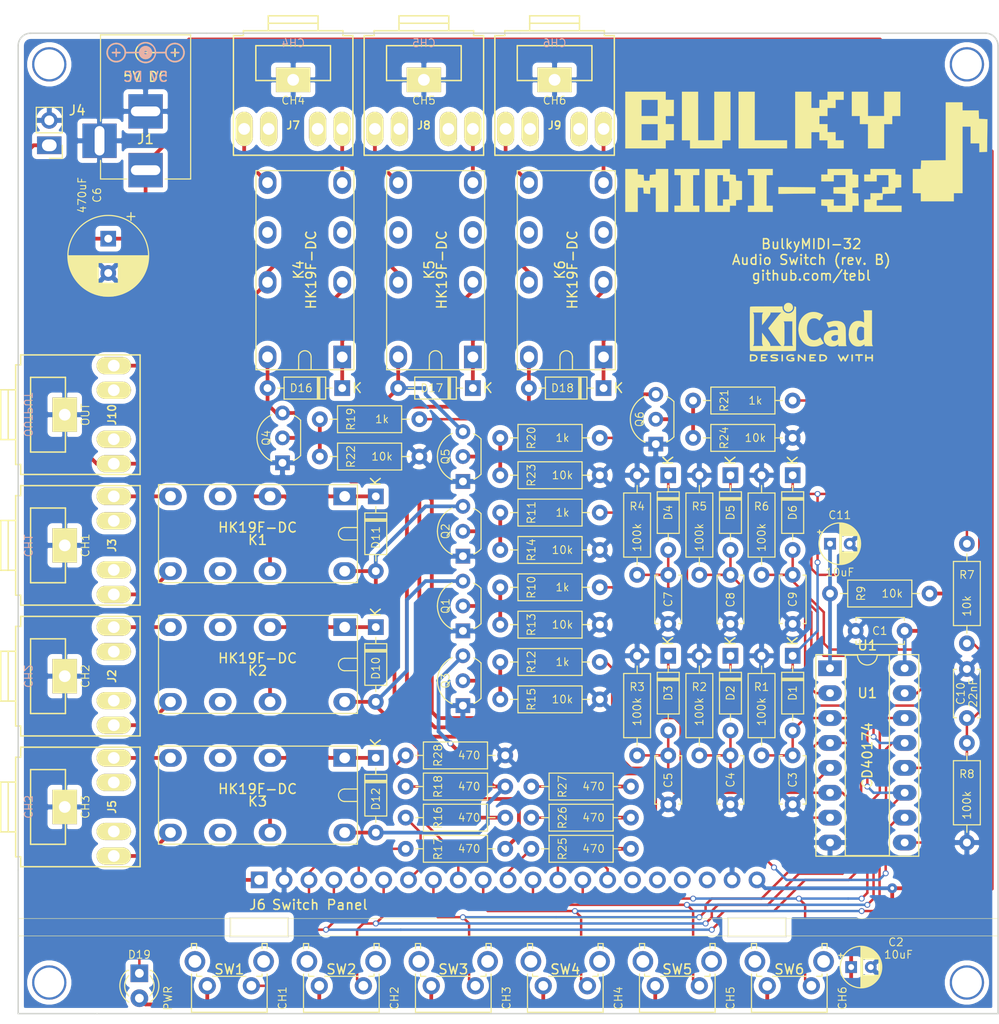
<source format=kicad_pcb>
(kicad_pcb (version 20171130) (host pcbnew "(5.1.8)-1")
  (layers (0 F.Cu signal) (31 B.Cu signal) (34 B.Paste user) (35 F.Paste user) (36 B.SilkS user) (37 F.SilkS user) (38 B.Mask user) (39 F.Mask user) (44 Edge.Cuts user))
  (net 0 "")
  (net 1 GND)
  (net 2 +5V)
  (net 3 "Net-(J2-Pad5)")
  (net 4 "Net-(J5-Pad5)")
  (net 5 /SW1)
  (net 6 /SW2)
  (net 7 /SW3)
  (net 8 /SW4)
  (net 9 /SW5)
  (net 10 /SW6)
  (net 11 "Net-(C10-Pad1)")
  (net 12 "Net-(C11-Pad1)")
  (net 13 "Net-(D1-Pad1)")
  (net 14 /LED2)
  (net 15 /LED1)
  (net 16 /LED3)
  (net 17 "Net-(D10-Pad2)")
  (net 18 "Net-(D11-Pad2)")
  (net 19 "Net-(D12-Pad2)")
  (net 20 /LED4)
  (net 21 /LED5)
  (net 22 /LED6)
  (net 23 "Net-(D16-Pad2)")
  (net 24 "Net-(D17-Pad2)")
  (net 25 "Net-(D18-Pad2)")
  (net 26 /PWR)
  (net 27 "Net-(J2-Pad2)")
  (net 28 "Net-(J3-Pad5)")
  (net 29 "Net-(J3-Pad2)")
  (net 30 "Net-(J5-Pad2)")
  (net 31 "Net-(J7-Pad2)")
  (net 32 "Net-(J7-Pad5)")
  (net 33 "Net-(J8-Pad2)")
  (net 34 "Net-(J8-Pad5)")
  (net 35 "Net-(J9-Pad2)")
  (net 36 "Net-(J9-Pad5)")
  (net 37 /RIGHT)
  (net 38 /LEFT)
  (net 39 "Net-(Q1-Pad2)")
  (net 40 "Net-(Q2-Pad2)")
  (net 41 "Net-(Q3-Pad2)")
  (net 42 "Net-(Q4-Pad2)")
  (net 43 "Net-(Q5-Pad2)")
  (net 44 "Net-(Q6-Pad2)")
  (net 45 /CH2)
  (net 46 /CH1)
  (net 47 /CH3)
  (net 48 /CH4)
  (net 49 /CH5)
  (net 50 /CH6)
  (module Package_DIP:DIP-16_W7.62mm_Socket_LongPads (layer F.Cu) (at 153.035 119.38)
    (fp_text reference U1 (at 3.81 -2.33) (layer F.SilkS))
    (fp_text value CD40174 (at 3.81 8.89 90) (layer F.SilkS))
    (fp_text user %R (at 3.81 2.54) (layer F.SilkS))
    (pad 1 thru_hole rect (at 0 0) (size 2.4 1.6) (drill 0.8) (layers *.Cu *.Mask) (net 12 "Net-(C11-Pad1)"))
    (pad 9 thru_hole oval (at 7.62 17.78) (size 2.4 1.6) (drill 0.8) (layers *.Cu *.Mask) (net 11 "Net-(C10-Pad1)"))
    (pad 2 thru_hole oval (at 0 2.54) (size 2.4 1.6) (drill 0.8) (layers *.Cu *.Mask) (net 46 /CH1))
    (pad 10 thru_hole oval (at 7.62 15.24) (size 2.4 1.6) (drill 0.8) (layers *.Cu *.Mask) (net 48 /CH4))
    (pad 3 thru_hole oval (at 0 5.08) (size 2.4 1.6) (drill 0.8) (layers *.Cu *.Mask) (net 5 /SW1))
    (pad 11 thru_hole oval (at 7.62 12.7) (size 2.4 1.6) (drill 0.8) (layers *.Cu *.Mask) (net 8 /SW4))
    (pad 4 thru_hole oval (at 0 7.62) (size 2.4 1.6) (drill 0.8) (layers *.Cu *.Mask) (net 6 /SW2))
    (pad 12 thru_hole oval (at 7.62 10.16) (size 2.4 1.6) (drill 0.8) (layers *.Cu *.Mask) (net 49 /CH5))
    (pad 5 thru_hole oval (at 0 10.16) (size 2.4 1.6) (drill 0.8) (layers *.Cu *.Mask) (net 45 /CH2))
    (pad 13 thru_hole oval (at 7.62 7.62) (size 2.4 1.6) (drill 0.8) (layers *.Cu *.Mask) (net 9 /SW5))
    (pad 6 thru_hole oval (at 0 12.7) (size 2.4 1.6) (drill 0.8) (layers *.Cu *.Mask) (net 7 /SW3))
    (pad 14 thru_hole oval (at 7.62 5.08) (size 2.4 1.6) (drill 0.8) (layers *.Cu *.Mask) (net 10 /SW6))
    (pad 7 thru_hole oval (at 0 15.24) (size 2.4 1.6) (drill 0.8) (layers *.Cu *.Mask) (net 47 /CH3))
    (pad 15 thru_hole oval (at 7.62 2.54) (size 2.4 1.6) (drill 0.8) (layers *.Cu *.Mask) (net 50 /CH6))
    (pad 8 thru_hole oval (at 0 17.78) (size 2.4 1.6) (drill 0.8) (layers *.Cu *.Mask) (net 1 GND))
    (pad 16 thru_hole oval (at 7.62 0) (size 2.4 1.6) (drill 0.8) (layers *.Cu *.Mask) (net 2 +5V))
  )
  (module artwork:BulkyMIDI-32_8bit (layer F.Cu) (at 151.13 66.675)
    (fp_text reference G*** hide)
    (fp_text value LOGO hide)
  )
  (module BulkyMIDI-32:PWR_Specification (layer F.Cu) (at 83.185 56.515)
    (fp_text reference SYM1 hide)
    (fp_text value DC_5V)
    (fp_text user + (at -3 0 180) (layer B.SilkS))
    (fp_text user - (at 3 0 180) (layer B.SilkS))
    (fp_text user - (at -3 0) (layer F.SilkS))
    (fp_text user + (at 3 0) (layer F.SilkS))
  )
  (module mounting:M3 (layer F.Cu) (at 73.355 151.435)
    (fp_text reference M1 hide)
    (fp_text value Mounting hide)
    (pad "" np_thru_hole circle (at 0 0) (size 3.5 3.5) (drill 3.048) (layers *.Cu *.Mask))
  )
  (module mounting:M3 (layer F.Cu) (at 167.005 57.785)
    (fp_text reference M3 hide)
    (fp_text value Mounting hide)
    (pad "" np_thru_hole circle (at 0 0) (size 3.5 3.5) (drill 3.048) (layers *.Cu *.Mask))
  )
  (module mounting:M3 (layer F.Cu) (at 73.355 57.785)
    (fp_text reference M4 hide)
    (fp_text value Mounting hide)
    (pad "" np_thru_hole circle (at 0 0) (size 3.5 3.5) (drill 3.048) (layers *.Cu *.Mask))
  )
  (module Symbols:KiCad-Logo2_6mm_SilkScreen (layer F.Cu) (at 151.13 85.09)
    (fp_text reference REF*** hide)
    (fp_text value KiCad-Logo2_6mm_SilkScreen hide)
  )
  (module Connectors:BARREL_JACK (layer F.Cu) (at 83.185 68.58 270)
    (fp_text reference J1 (at -3.175 0) (layer F.SilkS))
    (fp_text value "DC IN")
    (pad 3 thru_hole rect (at -3 4.7 270) (size 3.5 3.5) (drill oval 3 1) (layers *.Cu *.Mask) (net 1 GND))
    (pad 2 thru_hole rect (at -6 0 270) (size 3.5 3.5) (drill oval 1 3) (layers *.Cu *.Mask) (net 1 GND))
    (pad 1 thru_hole rect (at 0 0 270) (size 3.5 3.5) (drill oval 1 3) (layers *.Cu *.Mask) (net 2 +5V))
  )
  (module Capacitor_THT:CP_Radial_D8.0mm_P3.50mm (layer F.Cu) (at 79.375 75.565 270)
    (fp_text reference C6 (at -4.445 1.143 90) (layer F.SilkS) (effects (font (size 0.8 0.8) (thickness 0.1))))
    (fp_text value 470uF (at -4.445 2.667 90) (layer F.SilkS) (effects (font (size 0.8 0.8) (thickness 0.1))))
    (pad 1 thru_hole rect (at 0 0 270) (size 1.6 1.6) (drill 0.8) (layers *.Cu *.Mask) (net 2 +5V))
    (pad 2 thru_hole circle (at 3.5 0 270) (size 1.6 1.6) (drill 0.8) (layers *.Cu *.Mask) (net 1 GND))
  )
  (module mounting:M3 (layer F.Cu) (at 167.005 151.435)
    (fp_text reference M2 hide)
    (fp_text value Mounting hide)
    (pad "" np_thru_hole circle (at 0 0) (size 3.5 3.5) (drill 3.048) (layers *.Cu *.Mask))
  )
  (module BulkyMIDI-32:Conn_Power (layer F.Cu) (at 73.355 66.04 180)
    (fp_text reference J4 (at -2.845 3.556 180) (layer F.SilkS))
    (fp_text value Conn_Power)
    (pad 1 thru_hole rect (at 0 0 180) (size 2.5 1.8) (drill oval 1.5 1.2) (layers *.Cu *.Mask) (net 2 +5V))
    (pad 2 thru_hole oval (at 0 2.54 180) (size 1.7 1.7) (drill 1) (layers *.Cu *.Mask) (net 1 GND))
  )
  (module Button_Switch_THT:SW_Tactile_SPST_Angled_PTS645Vx39-2LFS (layer F.Cu) (at 93.98 151.77 180)
    (fp_text reference SW1 (at 2.25 1.68) (layer F.SilkS))
    (fp_text value CH1 (at -3.175 -1.265 90) (layer F.SilkS) (effects (font (size 0.8 0.8) (thickness 0.1))))
    (pad "" thru_hole circle (at 5.76 2.49 180) (size 2.1 2.1) (drill 1.3) (layers *.Cu *.Mask))
    (pad 2 thru_hole circle (at 4.5 0 180) (size 1.75 1.75) (drill 0.99) (layers *.Cu *.Mask) (net 2 +5V))
    (pad 1 thru_hole circle (at 0 0 180) (size 1.75 1.75) (drill 0.99) (layers *.Cu *.Mask) (net 5 /SW1))
    (pad "" thru_hole circle (at -1.25 2.49 180) (size 2.1 2.1) (drill 1.3) (layers *.Cu *.Mask))
  )
  (module Button_Switch_THT:SW_Tactile_SPST_Angled_PTS645Vx39-2LFS (layer F.Cu) (at 105.41 151.77 180)
    (fp_text reference SW2 (at 2.25 1.68) (layer F.SilkS))
    (fp_text value CH2 (at -3.175 -1.265 90) (layer F.SilkS) (effects (font (size 0.8 0.8) (thickness 0.1))))
    (pad "" thru_hole circle (at -1.25 2.49 180) (size 2.1 2.1) (drill 1.3) (layers *.Cu *.Mask))
    (pad 1 thru_hole circle (at 0 0 180) (size 1.75 1.75) (drill 0.99) (layers *.Cu *.Mask) (net 6 /SW2))
    (pad 2 thru_hole circle (at 4.5 0 180) (size 1.75 1.75) (drill 0.99) (layers *.Cu *.Mask) (net 2 +5V))
    (pad "" thru_hole circle (at 5.76 2.49 180) (size 2.1 2.1) (drill 1.3) (layers *.Cu *.Mask))
  )
  (module Button_Switch_THT:SW_Tactile_SPST_Angled_PTS645Vx39-2LFS (layer F.Cu) (at 116.84 151.77 180)
    (fp_text reference SW3 (at 2.25 1.68) (layer F.SilkS))
    (fp_text value CH3 (at -3.175 -1.265 90) (layer F.SilkS) (effects (font (size 0.8 0.8) (thickness 0.1))))
    (pad "" thru_hole circle (at -1.25 2.49 180) (size 2.1 2.1) (drill 1.3) (layers *.Cu *.Mask))
    (pad 1 thru_hole circle (at 0 0 180) (size 1.75 1.75) (drill 0.99) (layers *.Cu *.Mask) (net 7 /SW3))
    (pad 2 thru_hole circle (at 4.5 0 180) (size 1.75 1.75) (drill 0.99) (layers *.Cu *.Mask) (net 2 +5V))
    (pad "" thru_hole circle (at 5.76 2.49 180) (size 2.1 2.1) (drill 1.3) (layers *.Cu *.Mask))
  )
  (module Button_Switch_THT:SW_Tactile_SPST_Angled_PTS645Vx39-2LFS (layer F.Cu) (at 128.27 151.77 180)
    (fp_text reference SW4 (at 2.25 1.68) (layer F.SilkS))
    (fp_text value CH4 (at -3.175 -1.265 90) (layer F.SilkS) (effects (font (size 0.8 0.8) (thickness 0.1))))
    (pad "" thru_hole circle (at 5.76 2.49 180) (size 2.1 2.1) (drill 1.3) (layers *.Cu *.Mask))
    (pad 2 thru_hole circle (at 4.5 0 180) (size 1.75 1.75) (drill 0.99) (layers *.Cu *.Mask) (net 2 +5V))
    (pad 1 thru_hole circle (at 0 0 180) (size 1.75 1.75) (drill 0.99) (layers *.Cu *.Mask) (net 8 /SW4))
    (pad "" thru_hole circle (at -1.25 2.49 180) (size 2.1 2.1) (drill 1.3) (layers *.Cu *.Mask))
  )
  (module Capacitor_THT:CP_Radial_D4.0mm_P2.00mm (layer F.Cu) (at 155.194 149.86)
    (fp_text reference C2 (at 4.572 -2.54) (layer F.SilkS) (effects (font (size 0.8 0.8) (thickness 0.1))))
    (fp_text value 10uF (at 4.826 -1.27) (layer F.SilkS) (effects (font (size 0.8 0.8) (thickness 0.1))))
    (pad 2 thru_hole circle (at 2 0) (size 1.2 1.2) (drill 0.6) (layers *.Cu *.Mask) (net 1 GND))
    (pad 1 thru_hole rect (at 0 0) (size 1.2 1.2) (drill 0.6) (layers *.Cu *.Mask) (net 2 +5V))
  )
  (module Capacitor_THT:C_Disc_D4.7mm_W2.5mm_P5.00mm (layer F.Cu) (at 149.225 128.27 270)
    (fp_text reference C3 (at 2.5 0 270) (layer F.SilkS) (effects (font (size 0.8 0.8) (thickness 0.1))))
    (fp_text value 100nF)
    (pad 2 thru_hole circle (at 5 0 270) (size 1.6 1.6) (drill 0.8) (layers *.Cu *.Mask) (net 1 GND))
    (pad 1 thru_hole circle (at 0 0 270) (size 1.6 1.6) (drill 0.8) (layers *.Cu *.Mask) (net 5 /SW1))
  )
  (module Capacitor_THT:C_Disc_D4.7mm_W2.5mm_P5.00mm (layer F.Cu) (at 142.875 128.27 270)
    (fp_text reference C4 (at 2.5 0 270) (layer F.SilkS) (effects (font (size 0.8 0.8) (thickness 0.1))))
    (fp_text value 100nF)
    (pad 1 thru_hole circle (at 0 0 270) (size 1.6 1.6) (drill 0.8) (layers *.Cu *.Mask) (net 6 /SW2))
    (pad 2 thru_hole circle (at 5 0 270) (size 1.6 1.6) (drill 0.8) (layers *.Cu *.Mask) (net 1 GND))
  )
  (module Capacitor_THT:C_Disc_D4.7mm_W2.5mm_P5.00mm (layer F.Cu) (at 136.525 128.27 270)
    (fp_text reference C5 (at 2.54 0 270) (layer F.SilkS) (effects (font (size 0.8 0.8) (thickness 0.1))))
    (fp_text value 100nF)
    (pad 2 thru_hole circle (at 5 0 270) (size 1.6 1.6) (drill 0.8) (layers *.Cu *.Mask) (net 1 GND))
    (pad 1 thru_hole circle (at 0 0 270) (size 1.6 1.6) (drill 0.8) (layers *.Cu *.Mask) (net 7 /SW3))
  )
  (module Capacitor_THT:C_Disc_D4.7mm_W2.5mm_P5.00mm (layer F.Cu) (at 136.525 109.855 270)
    (fp_text reference C7 (at 2.5 0 270) (layer F.SilkS) (effects (font (size 0.8 0.8) (thickness 0.1))))
    (fp_text value 100nF)
    (pad 1 thru_hole circle (at 0 0 270) (size 1.6 1.6) (drill 0.8) (layers *.Cu *.Mask) (net 8 /SW4))
    (pad 2 thru_hole circle (at 5 0 270) (size 1.6 1.6) (drill 0.8) (layers *.Cu *.Mask) (net 1 GND))
  )
  (module Capacitor_THT:C_Disc_D4.7mm_W2.5mm_P5.00mm (layer F.Cu) (at 142.875 109.855 270)
    (fp_text reference C8 (at 2.54 0 270) (layer F.SilkS) (effects (font (size 0.8 0.8) (thickness 0.1))))
    (fp_text value 100nF)
    (pad 2 thru_hole circle (at 5 0 270) (size 1.6 1.6) (drill 0.8) (layers *.Cu *.Mask) (net 1 GND))
    (pad 1 thru_hole circle (at 0 0 270) (size 1.6 1.6) (drill 0.8) (layers *.Cu *.Mask) (net 9 /SW5))
  )
  (module Capacitor_THT:C_Disc_D4.7mm_W2.5mm_P5.00mm (layer F.Cu) (at 149.225 109.855 270)
    (fp_text reference C9 (at 2.5 0 270) (layer F.SilkS) (effects (font (size 0.8 0.8) (thickness 0.1))))
    (fp_text value 100nF)
    (pad 1 thru_hole circle (at 0 0 270) (size 1.6 1.6) (drill 0.8) (layers *.Cu *.Mask) (net 10 /SW6))
    (pad 2 thru_hole circle (at 5 0 270) (size 1.6 1.6) (drill 0.8) (layers *.Cu *.Mask) (net 1 GND))
  )
  (module Capacitor_THT:C_Disc_D4.7mm_W2.5mm_P5.00mm (layer F.Cu) (at 167.005 124.46 90)
    (fp_text reference C10 (at 2.5 -0.635 90) (layer F.SilkS) (effects (font (size 0.8 0.8) (thickness 0.1))))
    (fp_text value 22nF (at 2.54 0.635 90) (layer F.SilkS) (effects (font (size 0.8 0.8) (thickness 0.1))))
    (pad 2 thru_hole circle (at 5 0 90) (size 1.6 1.6) (drill 0.8) (layers *.Cu *.Mask) (net 1 GND))
    (pad 1 thru_hole circle (at 0 0 90) (size 1.6 1.6) (drill 0.8) (layers *.Cu *.Mask) (net 11 "Net-(C10-Pad1)"))
  )
  (module Capacitor_THT:CP_Radial_D4.0mm_P2.00mm (layer F.Cu) (at 153.035 106.68)
    (fp_text reference C11 (at 1 -2.921) (layer F.SilkS) (effects (font (size 0.8 0.8) (thickness 0.1))))
    (fp_text value 10uF (at 1 2.921) (layer F.SilkS) (effects (font (size 0.8 0.8) (thickness 0.1))))
    (pad 2 thru_hole circle (at 2 0) (size 1.2 1.2) (drill 0.6) (layers *.Cu *.Mask) (net 1 GND))
    (pad 1 thru_hole rect (at 0 0) (size 1.2 1.2) (drill 0.6) (layers *.Cu *.Mask) (net 12 "Net-(C11-Pad1)"))
  )
  (module Diode_THT:D_DO-35_SOD27_P7.62mm_Horizontal (layer F.Cu) (at 149.225 118.11 270)
    (fp_text reference D1 (at 3.81 0 90) (layer F.SilkS) (effects (font (size 0.8 0.8) (thickness 0.1))))
    (fp_text value 1N4148)
    (fp_text user K (at -1.524 0 90) (layer F.SilkS))
    (pad 2 thru_hole oval (at 7.62 0 270) (size 1.6 1.6) (drill 0.8) (layers *.Cu *.Mask) (net 5 /SW1))
    (pad 1 thru_hole rect (at 0 0 270) (size 1.6 1.6) (drill 0.8) (layers *.Cu *.Mask) (net 13 "Net-(D1-Pad1)"))
  )
  (module Diode_THT:D_DO-35_SOD27_P7.62mm_Horizontal (layer F.Cu) (at 142.875 118.11 270)
    (fp_text reference D2 (at 3.81 0 90) (layer F.SilkS) (effects (font (size 0.8 0.8) (thickness 0.1))))
    (fp_text value 1N4148)
    (fp_text user K (at -1.524 0 90) (layer F.SilkS))
    (pad 1 thru_hole rect (at 0 0 270) (size 1.6 1.6) (drill 0.8) (layers *.Cu *.Mask) (net 13 "Net-(D1-Pad1)"))
    (pad 2 thru_hole oval (at 7.62 0 270) (size 1.6 1.6) (drill 0.8) (layers *.Cu *.Mask) (net 6 /SW2))
  )
  (module Diode_THT:D_DO-35_SOD27_P7.62mm_Horizontal (layer F.Cu) (at 136.525 118.11 270)
    (fp_text reference D3 (at 3.81 0 90) (layer F.SilkS) (effects (font (size 0.8 0.8) (thickness 0.1))))
    (fp_text value 1N4148)
    (fp_text user K (at -1.524 0 90) (layer F.SilkS))
    (pad 2 thru_hole oval (at 7.62 0 270) (size 1.6 1.6) (drill 0.8) (layers *.Cu *.Mask) (net 7 /SW3))
    (pad 1 thru_hole rect (at 0 0 270) (size 1.6 1.6) (drill 0.8) (layers *.Cu *.Mask) (net 13 "Net-(D1-Pad1)"))
  )
  (module Diode_THT:D_DO-35_SOD27_P7.62mm_Horizontal (layer F.Cu) (at 136.525 99.695 270)
    (fp_text reference D4 (at 3.81 0 90) (layer F.SilkS) (effects (font (size 0.8 0.8) (thickness 0.1))))
    (fp_text value 1N4148)
    (fp_text user K (at -1.524 0 90) (layer F.SilkS))
    (pad 2 thru_hole oval (at 7.62 0 270) (size 1.6 1.6) (drill 0.8) (layers *.Cu *.Mask) (net 8 /SW4))
    (pad 1 thru_hole rect (at 0 0 270) (size 1.6 1.6) (drill 0.8) (layers *.Cu *.Mask) (net 13 "Net-(D1-Pad1)"))
  )
  (module Diode_THT:D_DO-35_SOD27_P7.62mm_Horizontal (layer F.Cu) (at 142.875 99.695 270)
    (fp_text reference D5 (at 3.81 0 90) (layer F.SilkS) (effects (font (size 0.8 0.8) (thickness 0.1))))
    (fp_text value 1N4148)
    (fp_text user K (at -1.524 0 90) (layer F.SilkS))
    (pad 1 thru_hole rect (at 0 0 270) (size 1.6 1.6) (drill 0.8) (layers *.Cu *.Mask) (net 13 "Net-(D1-Pad1)"))
    (pad 2 thru_hole oval (at 7.62 0 270) (size 1.6 1.6) (drill 0.8) (layers *.Cu *.Mask) (net 9 /SW5))
  )
  (module Diode_THT:D_DO-35_SOD27_P7.62mm_Horizontal (layer F.Cu) (at 149.225 99.695 270)
    (fp_text reference D6 (at 3.81 0 90) (layer F.SilkS) (effects (font (size 0.8 0.8) (thickness 0.1))))
    (fp_text value 1N4148)
    (fp_text user K (at -1.524 0 90) (layer F.SilkS))
    (pad 2 thru_hole oval (at 7.62 0 270) (size 1.6 1.6) (drill 0.8) (layers *.Cu *.Mask) (net 10 /SW6))
    (pad 1 thru_hole rect (at 0 0 270) (size 1.6 1.6) (drill 0.8) (layers *.Cu *.Mask) (net 13 "Net-(D1-Pad1)"))
  )
  (module Diode_THT:D_DO-35_SOD27_P7.62mm_Horizontal (layer F.Cu) (at 106.68 115.189 270)
    (fp_text reference D10 (at 4.191 0 90) (layer F.SilkS) (effects (font (size 0.8 0.8) (thickness 0.1))))
    (fp_text value 1N4148)
    (fp_text user K (at -1.524 0 90) (layer F.SilkS))
    (pad 1 thru_hole rect (at 0 0 270) (size 1.6 1.6) (drill 0.8) (layers *.Cu *.Mask) (net 2 +5V))
    (pad 2 thru_hole oval (at 7.62 0 270) (size 1.6 1.6) (drill 0.8) (layers *.Cu *.Mask) (net 17 "Net-(D10-Pad2)"))
  )
  (module Diode_THT:D_DO-35_SOD27_P7.62mm_Horizontal (layer F.Cu) (at 106.68 101.854 270)
    (fp_text reference D11 (at 4.191 0 90) (layer F.SilkS) (effects (font (size 0.8 0.8) (thickness 0.1))))
    (fp_text value 1N4148)
    (fp_text user K (at -1.524 0 90) (layer F.SilkS))
    (pad 2 thru_hole oval (at 7.62 0 270) (size 1.6 1.6) (drill 0.8) (layers *.Cu *.Mask) (net 18 "Net-(D11-Pad2)"))
    (pad 1 thru_hole rect (at 0 0 270) (size 1.6 1.6) (drill 0.8) (layers *.Cu *.Mask) (net 2 +5V))
  )
  (module Diode_THT:D_DO-35_SOD27_P7.62mm_Horizontal (layer F.Cu) (at 106.68 128.524 270)
    (fp_text reference D12 (at 4.191 0 90) (layer F.SilkS) (effects (font (size 0.8 0.8) (thickness 0.1))))
    (fp_text value 1N4148)
    (fp_text user K (at -1.524 0 90) (layer F.SilkS))
    (pad 2 thru_hole oval (at 7.62 0 270) (size 1.6 1.6) (drill 0.8) (layers *.Cu *.Mask) (net 19 "Net-(D12-Pad2)"))
    (pad 1 thru_hole rect (at 0 0 270) (size 1.6 1.6) (drill 0.8) (layers *.Cu *.Mask) (net 2 +5V))
  )
  (module Diode_THT:D_DO-35_SOD27_P7.62mm_Horizontal (layer F.Cu) (at 103.251 90.805 180)
    (fp_text reference D16 (at 4.191 0) (layer F.SilkS) (effects (font (size 0.8 0.8) (thickness 0.1))))
    (fp_text value 1N4148)
    (fp_text user K (at -1.524 0) (layer F.SilkS))
    (pad 1 thru_hole rect (at 0 0 180) (size 1.6 1.6) (drill 0.8) (layers *.Cu *.Mask) (net 2 +5V))
    (pad 2 thru_hole oval (at 7.62 0 180) (size 1.6 1.6) (drill 0.8) (layers *.Cu *.Mask) (net 23 "Net-(D16-Pad2)"))
  )
  (module Diode_THT:D_DO-35_SOD27_P7.62mm_Horizontal (layer F.Cu) (at 116.586 90.805 180)
    (fp_text reference D17 (at 4.191 0) (layer F.SilkS) (effects (font (size 0.8 0.8) (thickness 0.1))))
    (fp_text value 1N4148)
    (fp_text user K (at -1.524 0) (layer F.SilkS))
    (pad 2 thru_hole oval (at 7.62 0 180) (size 1.6 1.6) (drill 0.8) (layers *.Cu *.Mask) (net 24 "Net-(D17-Pad2)"))
    (pad 1 thru_hole rect (at 0 0 180) (size 1.6 1.6) (drill 0.8) (layers *.Cu *.Mask) (net 2 +5V))
  )
  (module Diode_THT:D_DO-35_SOD27_P7.62mm_Horizontal (layer F.Cu) (at 129.921 90.805 180)
    (fp_text reference D18 (at 4.191 0) (layer F.SilkS) (effects (font (size 0.8 0.8) (thickness 0.1))))
    (fp_text value 1N4148)
    (fp_text user K (at -1.524 0) (layer F.SilkS))
    (pad 1 thru_hole rect (at 0 0 180) (size 1.6 1.6) (drill 0.8) (layers *.Cu *.Mask) (net 2 +5V))
    (pad 2 thru_hole oval (at 7.62 0 180) (size 1.6 1.6) (drill 0.8) (layers *.Cu *.Mask) (net 25 "Net-(D18-Pad2)"))
  )
  (module LED_THT:LED_D3.0mm (layer F.Cu) (at 82.55 150.495 270)
    (fp_text reference D19 (at -1.905 0 180) (layer F.SilkS) (effects (font (size 0.8 0.8) (thickness 0.1))))
    (fp_text value PWR (at 2.54 -2.921 90) (layer F.SilkS) (effects (font (size 0.8 0.8) (thickness 0.1))))
    (pad 2 thru_hole circle (at 2.54 0 270) (size 1.8 1.8) (drill 0.9) (layers *.Cu *.Mask) (net 2 +5V))
    (pad 1 thru_hole rect (at 0 0 270) (size 1.8 1.8) (drill 0.9) (layers *.Cu *.Mask) (net 26 /PWR))
  )
  (module audio_jack:Tayda_3.5mm_stereo_TRS_jack_A-853 (layer F.Cu) (at 76.529001 120.188999 90)
    (fp_text reference J2 (at 0 3.226999 90) (layer F.SilkS) (effects (font (size 0.8 0.8))))
    (fp_text value CH2 (at 0 0.508 90) (layer F.SilkS) (effects (font (size 0.8 0.8) (thickness 0.1))))
    (pad 4 thru_hole oval (at -2.5 3.41 90) (size 1.75 3.5) (drill 1.2) (layers *.Cu *.Mask F.SilkS))
    (pad 3 thru_hole oval (at 2.5 3.41 90) (size 1.75 3.5) (drill 1.2) (layers *.Cu *.Mask F.SilkS))
    (pad 5 thru_hole oval (at -5 3.41 90) (size 1.75 3.5) (drill 1.2) (layers *.Cu *.Mask F.SilkS) (net 3 "Net-(J2-Pad5)"))
    (pad 2 thru_hole oval (at 5 3.41 90) (size 1.75 3.5) (drill 1.2) (layers *.Cu *.Mask F.SilkS) (net 27 "Net-(J2-Pad2)"))
    (pad 1 thru_hole rect (at 0 -1.596 90) (size 3.5 2.5) (drill 1.2) (layers *.Cu *.Mask F.SilkS) (net 1 GND))
  )
  (module audio_jack:Tayda_3.5mm_stereo_TRS_jack_A-853 (layer F.Cu) (at 76.529001 106.848999 90)
    (fp_text reference J3 (at 0 3.226999 90) (layer F.SilkS) (effects (font (size 0.8 0.8))))
    (fp_text value CH1 (at 0 0.508 90) (layer F.SilkS) (effects (font (size 0.8 0.8) (thickness 0.1))))
    (pad 4 thru_hole oval (at -2.5 3.41 90) (size 1.75 3.5) (drill 1.2) (layers *.Cu *.Mask F.SilkS))
    (pad 3 thru_hole oval (at 2.5 3.41 90) (size 1.75 3.5) (drill 1.2) (layers *.Cu *.Mask F.SilkS))
    (pad 5 thru_hole oval (at -5 3.41 90) (size 1.75 3.5) (drill 1.2) (layers *.Cu *.Mask F.SilkS) (net 28 "Net-(J3-Pad5)"))
    (pad 2 thru_hole oval (at 5 3.41 90) (size 1.75 3.5) (drill 1.2) (layers *.Cu *.Mask F.SilkS) (net 29 "Net-(J3-Pad2)"))
    (pad 1 thru_hole rect (at 0 -1.596 90) (size 3.5 2.5) (drill 1.2) (layers *.Cu *.Mask F.SilkS) (net 1 GND))
  )
  (module audio_jack:Tayda_3.5mm_stereo_TRS_jack_A-853 (layer F.Cu) (at 76.529001 133.528999 90)
    (fp_text reference J5 (at 0 3.226999 90) (layer F.SilkS) (effects (font (size 0.8 0.8))))
    (fp_text value CH3 (at 0 0.508 90) (layer F.SilkS) (effects (font (size 0.8 0.8) (thickness 0.1))))
    (pad 4 thru_hole oval (at -2.5 3.41 90) (size 1.75 3.5) (drill 1.2) (layers *.Cu *.Mask F.SilkS))
    (pad 3 thru_hole oval (at 2.5 3.41 90) (size 1.75 3.5) (drill 1.2) (layers *.Cu *.Mask F.SilkS))
    (pad 5 thru_hole oval (at -5 3.41 90) (size 1.75 3.5) (drill 1.2) (layers *.Cu *.Mask F.SilkS) (net 4 "Net-(J5-Pad5)"))
    (pad 2 thru_hole oval (at 5 3.41 90) (size 1.75 3.5) (drill 1.2) (layers *.Cu *.Mask F.SilkS) (net 30 "Net-(J5-Pad2)"))
    (pad 1 thru_hole rect (at 0 -1.596 90) (size 3.5 2.5) (drill 1.2) (layers *.Cu *.Mask F.SilkS) (net 1 GND))
  )
  (module BulkyMIDI-32:Switch_Panel (layer F.Cu) (at 120.18 140.97)
    (fp_text reference J6 (at -25.565 2.54 180) (layer F.SilkS))
    (fp_text value "Switch Panel" (at -19.215 2.54) (layer F.SilkS))
    (pad 4 thru_hole oval (at -17.78 0) (size 1.7 1.7) (drill 1) (layers *.Cu *.Mask) (net 5 /SW1))
    (pad 3 thru_hole oval (at -20.32 0) (size 1.7 1.7) (drill 1) (layers *.Cu *.Mask) (net 26 /PWR))
    (pad 2 thru_hole oval (at -22.86 0) (size 1.7 1.7) (drill 1) (layers *.Cu *.Mask) (net 1 GND))
    (pad 1 thru_hole rect (at -25.4 0) (size 1.7 1.7) (drill 1) (layers *.Cu *.Mask) (net 2 +5V))
    (pad 5 thru_hole oval (at -15.24 0) (size 1.7 1.7) (drill 1) (layers *.Cu *.Mask) (net 15 /LED1))
    (pad 6 thru_hole oval (at -12.7 0) (size 1.7 1.7) (drill 1) (layers *.Cu *.Mask) (net 6 /SW2))
    (pad 7 thru_hole oval (at -10.16 0) (size 1.7 1.7) (drill 1) (layers *.Cu *.Mask) (net 14 /LED2))
    (pad 8 thru_hole oval (at -7.62 0) (size 1.7 1.7) (drill 1) (layers *.Cu *.Mask) (net 7 /SW3))
    (pad 9 thru_hole oval (at -5.08 0) (size 1.7 1.7) (drill 1) (layers *.Cu *.Mask) (net 16 /LED3))
    (pad 10 thru_hole oval (at -2.54 0) (size 1.7 1.7) (drill 1) (layers *.Cu *.Mask) (net 8 /SW4))
    (pad 11 thru_hole oval (at 0 0) (size 1.7 1.7) (drill 1) (layers *.Cu *.Mask) (net 20 /LED4))
    (pad 12 thru_hole oval (at 2.54 0) (size 1.7 1.7) (drill 1) (layers *.Cu *.Mask) (net 9 /SW5))
    (pad 13 thru_hole oval (at 5.08 0) (size 1.7 1.7) (drill 1) (layers *.Cu *.Mask) (net 21 /LED5))
    (pad 14 thru_hole oval (at 7.62 0) (size 1.7 1.7) (drill 1) (layers *.Cu *.Mask) (net 10 /SW6))
    (pad 15 thru_hole oval (at 10.16 0) (size 1.7 1.7) (drill 1) (layers *.Cu *.Mask) (net 22 /LED6))
    (pad 16 thru_hole oval (at 12.7 0) (size 1.7 1.7) (drill 1) (layers *.Cu *.Mask))
    (pad 17 thru_hole oval (at 15.24 0) (size 1.7 1.7) (drill 1) (layers *.Cu *.Mask))
    (pad 18 thru_hole oval (at 17.78 0) (size 1.7 1.7) (drill 1) (layers *.Cu *.Mask))
    (pad 19 thru_hole oval (at 20.32 0) (size 1.7 1.7) (drill 1) (layers *.Cu *.Mask))
    (pad 20 thru_hole oval (at 22.86 0) (size 1.7 1.7) (drill 1) (layers *.Cu *.Mask) (net 1 GND))
    (pad 21 thru_hole oval (at 25.4 0) (size 1.7 1.7) (drill 1) (layers *.Cu *.Mask) (net 2 +5V))
  )
  (module audio_jack:Tayda_3.5mm_stereo_TRS_jack_A-853 (layer F.Cu) (at 98.246001 60.96)
    (fp_text reference J7 (at 0 3.048) (layer F.SilkS) (effects (font (size 0.8 0.8))))
    (fp_text value CH4 (at 0 0.508) (layer F.SilkS) (effects (font (size 0.8 0.8) (thickness 0.1))))
    (pad 1 thru_hole rect (at 0 -1.596) (size 3.5 2.5) (drill 1.2) (layers *.Cu *.Mask F.SilkS) (net 1 GND))
    (pad 2 thru_hole oval (at 5 3.41) (size 1.75 3.5) (drill 1.2) (layers *.Cu *.Mask F.SilkS) (net 31 "Net-(J7-Pad2)"))
    (pad 5 thru_hole oval (at -5 3.41) (size 1.75 3.5) (drill 1.2) (layers *.Cu *.Mask F.SilkS) (net 32 "Net-(J7-Pad5)"))
    (pad 3 thru_hole oval (at 2.5 3.41) (size 1.75 3.5) (drill 1.2) (layers *.Cu *.Mask F.SilkS))
    (pad 4 thru_hole oval (at -2.5 3.41) (size 1.75 3.5) (drill 1.2) (layers *.Cu *.Mask F.SilkS))
  )
  (module audio_jack:Tayda_3.5mm_stereo_TRS_jack_A-853 (layer F.Cu) (at 111.586001 60.96)
    (fp_text reference J8 (at 0 3.048) (layer F.SilkS) (effects (font (size 0.8 0.8))))
    (fp_text value CH5 (at 0 0.508) (layer F.SilkS) (effects (font (size 0.8 0.8) (thickness 0.1))))
    (pad 1 thru_hole rect (at 0 -1.596) (size 3.5 2.5) (drill 1.2) (layers *.Cu *.Mask F.SilkS) (net 1 GND))
    (pad 2 thru_hole oval (at 5 3.41) (size 1.75 3.5) (drill 1.2) (layers *.Cu *.Mask F.SilkS) (net 33 "Net-(J8-Pad2)"))
    (pad 5 thru_hole oval (at -5 3.41) (size 1.75 3.5) (drill 1.2) (layers *.Cu *.Mask F.SilkS) (net 34 "Net-(J8-Pad5)"))
    (pad 3 thru_hole oval (at 2.5 3.41) (size 1.75 3.5) (drill 1.2) (layers *.Cu *.Mask F.SilkS))
    (pad 4 thru_hole oval (at -2.5 3.41) (size 1.75 3.5) (drill 1.2) (layers *.Cu *.Mask F.SilkS))
  )
  (module audio_jack:Tayda_3.5mm_stereo_TRS_jack_A-853 (layer F.Cu) (at 124.926001 60.96)
    (fp_text reference J9 (at 0 3.048) (layer F.SilkS) (effects (font (size 0.8 0.8))))
    (fp_text value CH6 (at 0 0.508) (layer F.SilkS) (effects (font (size 0.8 0.8) (thickness 0.1))))
    (pad 1 thru_hole rect (at 0 -1.596) (size 3.5 2.5) (drill 1.2) (layers *.Cu *.Mask F.SilkS) (net 1 GND))
    (pad 2 thru_hole oval (at 5 3.41) (size 1.75 3.5) (drill 1.2) (layers *.Cu *.Mask F.SilkS) (net 35 "Net-(J9-Pad2)"))
    (pad 5 thru_hole oval (at -5 3.41) (size 1.75 3.5) (drill 1.2) (layers *.Cu *.Mask F.SilkS) (net 36 "Net-(J9-Pad5)"))
    (pad 3 thru_hole oval (at 2.5 3.41) (size 1.75 3.5) (drill 1.2) (layers *.Cu *.Mask F.SilkS))
    (pad 4 thru_hole oval (at -2.5 3.41) (size 1.75 3.5) (drill 1.2) (layers *.Cu *.Mask F.SilkS))
  )
  (module audio_jack:Tayda_3.5mm_stereo_TRS_jack_A-853 (layer F.Cu) (at 76.529001 93.518999 90)
    (fp_text reference J10 (at 0 3.226999 90) (layer F.SilkS) (effects (font (size 0.8 0.8))))
    (fp_text value OUT (at 0 0.508 90) (layer F.SilkS) (effects (font (size 0.8 0.8) (thickness 0.1))))
    (pad 1 thru_hole rect (at 0 -1.596 90) (size 3.5 2.5) (drill 1.2) (layers *.Cu *.Mask F.SilkS) (net 1 GND))
    (pad 2 thru_hole oval (at 5 3.41 90) (size 1.75 3.5) (drill 1.2) (layers *.Cu *.Mask F.SilkS) (net 37 /RIGHT))
    (pad 5 thru_hole oval (at -5 3.41 90) (size 1.75 3.5) (drill 1.2) (layers *.Cu *.Mask F.SilkS) (net 38 /LEFT))
    (pad 3 thru_hole oval (at 2.5 3.41 90) (size 1.75 3.5) (drill 1.2) (layers *.Cu *.Mask F.SilkS))
    (pad 4 thru_hole oval (at -2.5 3.41 90) (size 1.75 3.5) (drill 1.2) (layers *.Cu *.Mask F.SilkS))
  )
  (module HK19F-DC:HK19F-DC (layer F.Cu) (at 103.505 115.189 180)
    (fp_text reference K2 (at 8.89 -4.445) (layer F.SilkS))
    (fp_text value HK19F-DC (at 8.89 -3.175) (layer F.SilkS))
    (pad 16 thru_hole oval (at 0 -7.62 180) (size 2.3 1.8) (drill 1.1) (layers *.Cu *.Mask) (net 17 "Net-(D10-Pad2)"))
    (pad 13 thru_hole oval (at 7.62 -7.62 180) (size 2.3 1.8) (drill 1.1) (layers *.Cu *.Mask) (net 38 /LEFT))
    (pad 11 thru_hole oval (at 12.7 -7.62 180) (size 2.3 1.8) (drill 1.1) (layers *.Cu *.Mask))
    (pad 9 thru_hole oval (at 17.78 -7.62 180) (size 2.3 1.8) (drill 1.1) (layers *.Cu *.Mask) (net 3 "Net-(J2-Pad5)"))
    (pad 8 thru_hole oval (at 17.78 0 180) (size 2.3 1.8) (drill 1.1) (layers *.Cu *.Mask) (net 27 "Net-(J2-Pad2)"))
    (pad 6 thru_hole oval (at 12.7 0 180) (size 2.3 1.8) (drill 1.1) (layers *.Cu *.Mask))
    (pad 4 thru_hole oval (at 7.62 0 180) (size 2.3 1.8) (drill 1.1) (layers *.Cu *.Mask) (net 37 /RIGHT))
    (pad 1 thru_hole rect (at 0 0 180) (size 2.3 1.8) (drill 1.1) (layers *.Cu *.Mask) (net 2 +5V))
  )
  (module HK19F-DC:HK19F-DC (layer F.Cu) (at 103.505 101.854 180)
    (fp_text reference K1 (at 8.89 -4.445) (layer F.SilkS))
    (fp_text value HK19F-DC (at 8.89 -3.175) (layer F.SilkS))
    (pad 1 thru_hole rect (at 0 0 180) (size 2.3 1.8) (drill 1.1) (layers *.Cu *.Mask) (net 2 +5V))
    (pad 4 thru_hole oval (at 7.62 0 180) (size 2.3 1.8) (drill 1.1) (layers *.Cu *.Mask) (net 37 /RIGHT))
    (pad 6 thru_hole oval (at 12.7 0 180) (size 2.3 1.8) (drill 1.1) (layers *.Cu *.Mask))
    (pad 8 thru_hole oval (at 17.78 0 180) (size 2.3 1.8) (drill 1.1) (layers *.Cu *.Mask) (net 29 "Net-(J3-Pad2)"))
    (pad 9 thru_hole oval (at 17.78 -7.62 180) (size 2.3 1.8) (drill 1.1) (layers *.Cu *.Mask) (net 28 "Net-(J3-Pad5)"))
    (pad 11 thru_hole oval (at 12.7 -7.62 180) (size 2.3 1.8) (drill 1.1) (layers *.Cu *.Mask))
    (pad 13 thru_hole oval (at 7.62 -7.62 180) (size 2.3 1.8) (drill 1.1) (layers *.Cu *.Mask) (net 38 /LEFT))
    (pad 16 thru_hole oval (at 0 -7.62 180) (size 2.3 1.8) (drill 1.1) (layers *.Cu *.Mask) (net 18 "Net-(D11-Pad2)"))
  )
  (module HK19F-DC:HK19F-DC (layer F.Cu) (at 103.505 128.524 180)
    (fp_text reference K3 (at 8.89 -4.445) (layer F.SilkS))
    (fp_text value HK19F-DC (at 8.89 -3.175) (layer F.SilkS))
    (pad 1 thru_hole rect (at 0 0 180) (size 2.3 1.8) (drill 1.1) (layers *.Cu *.Mask) (net 2 +5V))
    (pad 4 thru_hole oval (at 7.62 0 180) (size 2.3 1.8) (drill 1.1) (layers *.Cu *.Mask) (net 37 /RIGHT))
    (pad 6 thru_hole oval (at 12.7 0 180) (size 2.3 1.8) (drill 1.1) (layers *.Cu *.Mask))
    (pad 8 thru_hole oval (at 17.78 0 180) (size 2.3 1.8) (drill 1.1) (layers *.Cu *.Mask) (net 30 "Net-(J5-Pad2)"))
    (pad 9 thru_hole oval (at 17.78 -7.62 180) (size 2.3 1.8) (drill 1.1) (layers *.Cu *.Mask) (net 4 "Net-(J5-Pad5)"))
    (pad 11 thru_hole oval (at 12.7 -7.62 180) (size 2.3 1.8) (drill 1.1) (layers *.Cu *.Mask))
    (pad 13 thru_hole oval (at 7.62 -7.62 180) (size 2.3 1.8) (drill 1.1) (layers *.Cu *.Mask) (net 38 /LEFT))
    (pad 16 thru_hole oval (at 0 -7.62 180) (size 2.3 1.8) (drill 1.1) (layers *.Cu *.Mask) (net 19 "Net-(D12-Pad2)"))
  )
  (module HK19F-DC:HK19F-DC (layer F.Cu) (at 103.251 87.63 90)
    (fp_text reference K4 (at 8.89 -4.445 90) (layer F.SilkS))
    (fp_text value HK19F-DC (at 8.89 -3.175 90) (layer F.SilkS))
    (pad 16 thru_hole oval (at 0 -7.62 90) (size 2.3 1.8) (drill 1.1) (layers *.Cu *.Mask) (net 23 "Net-(D16-Pad2)"))
    (pad 13 thru_hole oval (at 7.62 -7.62 90) (size 2.3 1.8) (drill 1.1) (layers *.Cu *.Mask) (net 38 /LEFT))
    (pad 11 thru_hole oval (at 12.7 -7.62 90) (size 2.3 1.8) (drill 1.1) (layers *.Cu *.Mask))
    (pad 9 thru_hole oval (at 17.78 -7.62 90) (size 2.3 1.8) (drill 1.1) (layers *.Cu *.Mask) (net 32 "Net-(J7-Pad5)"))
    (pad 8 thru_hole oval (at 17.78 0 90) (size 2.3 1.8) (drill 1.1) (layers *.Cu *.Mask) (net 31 "Net-(J7-Pad2)"))
    (pad 6 thru_hole oval (at 12.7 0 90) (size 2.3 1.8) (drill 1.1) (layers *.Cu *.Mask))
    (pad 4 thru_hole oval (at 7.62 0 90) (size 2.3 1.8) (drill 1.1) (layers *.Cu *.Mask) (net 37 /RIGHT))
    (pad 1 thru_hole rect (at 0 0 90) (size 2.3 1.8) (drill 1.1) (layers *.Cu *.Mask) (net 2 +5V))
  )
  (module HK19F-DC:HK19F-DC (layer F.Cu) (at 116.586 87.63 90)
    (fp_text reference K5 (at 8.89 -4.445 90) (layer F.SilkS))
    (fp_text value HK19F-DC (at 8.89 -3.175 90) (layer F.SilkS))
    (pad 1 thru_hole rect (at 0 0 90) (size 2.3 1.8) (drill 1.1) (layers *.Cu *.Mask) (net 2 +5V))
    (pad 4 thru_hole oval (at 7.62 0 90) (size 2.3 1.8) (drill 1.1) (layers *.Cu *.Mask) (net 37 /RIGHT))
    (pad 6 thru_hole oval (at 12.7 0 90) (size 2.3 1.8) (drill 1.1) (layers *.Cu *.Mask))
    (pad 8 thru_hole oval (at 17.78 0 90) (size 2.3 1.8) (drill 1.1) (layers *.Cu *.Mask) (net 33 "Net-(J8-Pad2)"))
    (pad 9 thru_hole oval (at 17.78 -7.62 90) (size 2.3 1.8) (drill 1.1) (layers *.Cu *.Mask) (net 34 "Net-(J8-Pad5)"))
    (pad 11 thru_hole oval (at 12.7 -7.62 90) (size 2.3 1.8) (drill 1.1) (layers *.Cu *.Mask))
    (pad 13 thru_hole oval (at 7.62 -7.62 90) (size 2.3 1.8) (drill 1.1) (layers *.Cu *.Mask) (net 38 /LEFT))
    (pad 16 thru_hole oval (at 0 -7.62 90) (size 2.3 1.8) (drill 1.1) (layers *.Cu *.Mask) (net 24 "Net-(D17-Pad2)"))
  )
  (module HK19F-DC:HK19F-DC (layer F.Cu) (at 129.921 87.63 90)
    (fp_text reference K6 (at 8.89 -4.445 90) (layer F.SilkS))
    (fp_text value HK19F-DC (at 8.89 -3.175 90) (layer F.SilkS))
    (pad 16 thru_hole oval (at 0 -7.62 90) (size 2.3 1.8) (drill 1.1) (layers *.Cu *.Mask) (net 25 "Net-(D18-Pad2)"))
    (pad 13 thru_hole oval (at 7.62 -7.62 90) (size 2.3 1.8) (drill 1.1) (layers *.Cu *.Mask) (net 38 /LEFT))
    (pad 11 thru_hole oval (at 12.7 -7.62 90) (size 2.3 1.8) (drill 1.1) (layers *.Cu *.Mask))
    (pad 9 thru_hole oval (at 17.78 -7.62 90) (size 2.3 1.8) (drill 1.1) (layers *.Cu *.Mask) (net 36 "Net-(J9-Pad5)"))
    (pad 8 thru_hole oval (at 17.78 0 90) (size 2.3 1.8) (drill 1.1) (layers *.Cu *.Mask) (net 35 "Net-(J9-Pad2)"))
    (pad 6 thru_hole oval (at 12.7 0 90) (size 2.3 1.8) (drill 1.1) (layers *.Cu *.Mask))
    (pad 4 thru_hole oval (at 7.62 0 90) (size 2.3 1.8) (drill 1.1) (layers *.Cu *.Mask) (net 37 /RIGHT))
    (pad 1 thru_hole rect (at 0 0 90) (size 2.3 1.8) (drill 1.1) (layers *.Cu *.Mask) (net 2 +5V))
  )
  (module Button_Switch_THT:SW_Tactile_SPST_Angled_PTS645Vx39-2LFS (layer F.Cu) (at 139.7 151.77 180)
    (fp_text reference SW5 (at 2.25 1.68) (layer F.SilkS))
    (fp_text value CH5 (at -3.175 -1.265 90) (layer F.SilkS) (effects (font (size 0.8 0.8) (thickness 0.1))))
    (pad "" thru_hole circle (at -1.25 2.49 180) (size 2.1 2.1) (drill 1.3) (layers *.Cu *.Mask))
    (pad 1 thru_hole circle (at 0 0 180) (size 1.75 1.75) (drill 0.99) (layers *.Cu *.Mask) (net 9 /SW5))
    (pad 2 thru_hole circle (at 4.5 0 180) (size 1.75 1.75) (drill 0.99) (layers *.Cu *.Mask) (net 2 +5V))
    (pad "" thru_hole circle (at 5.76 2.49 180) (size 2.1 2.1) (drill 1.3) (layers *.Cu *.Mask))
  )
  (module Button_Switch_THT:SW_Tactile_SPST_Angled_PTS645Vx39-2LFS (layer F.Cu) (at 151.13 151.77 180)
    (fp_text reference SW6 (at 2.25 1.68) (layer F.SilkS))
    (fp_text value CH6 (at -3.175 -1.265 90) (layer F.SilkS) (effects (font (size 0.8 0.8) (thickness 0.1))))
    (pad "" thru_hole circle (at 5.76 2.49 180) (size 2.1 2.1) (drill 1.3) (layers *.Cu *.Mask))
    (pad 2 thru_hole circle (at 4.5 0 180) (size 1.75 1.75) (drill 0.99) (layers *.Cu *.Mask) (net 2 +5V))
    (pad 1 thru_hole circle (at 0 0 180) (size 1.75 1.75) (drill 0.99) (layers *.Cu *.Mask) (net 10 /SW6))
    (pad "" thru_hole circle (at -1.25 2.49 180) (size 2.1 2.1) (drill 1.3) (layers *.Cu *.Mask))
  )
  (module Capacitor_THT:C_Disc_D4.7mm_W2.5mm_P5.00mm (layer F.Cu) (at 160.655 115.57 180)
    (fp_text reference C1 (at 2.54 0) (layer F.SilkS) (effects (font (size 0.8 0.8) (thickness 0.1))))
    (fp_text value 100nF)
    (pad 2 thru_hole circle (at 5 0 180) (size 1.6 1.6) (drill 0.8) (layers *.Cu *.Mask) (net 1 GND))
    (pad 1 thru_hole circle (at 0 0 180) (size 1.6 1.6) (drill 0.8) (layers *.Cu *.Mask) (net 2 +5V))
  )
  (module Package_TO_SOT_THT:TO-92_Inline_Wide (layer F.Cu) (at 115.57 115.57 90)
    (fp_text reference Q1 (at 2.54 -1.778 90) (layer F.SilkS) (effects (font (size 0.8 0.8) (thickness 0.1))))
    (fp_text value 2N3904)
    (pad 1 thru_hole rect (at 0 0 90) (size 1.5 1.5) (drill 0.8) (layers *.Cu *.Mask) (net 1 GND))
    (pad 3 thru_hole circle (at 5.08 0 90) (size 1.5 1.5) (drill 0.8) (layers *.Cu *.Mask) (net 17 "Net-(D10-Pad2)"))
    (pad 2 thru_hole circle (at 2.54 0 90) (size 1.5 1.5) (drill 0.8) (layers *.Cu *.Mask) (net 39 "Net-(Q1-Pad2)"))
  )
  (module Package_TO_SOT_THT:TO-92_Inline_Wide (layer F.Cu) (at 115.57 107.95 90)
    (fp_text reference Q2 (at 2.54 -1.778 90) (layer F.SilkS) (effects (font (size 0.8 0.8) (thickness 0.1))))
    (fp_text value 2N3904)
    (pad 2 thru_hole circle (at 2.54 0 90) (size 1.5 1.5) (drill 0.8) (layers *.Cu *.Mask) (net 40 "Net-(Q2-Pad2)"))
    (pad 3 thru_hole circle (at 5.08 0 90) (size 1.5 1.5) (drill 0.8) (layers *.Cu *.Mask) (net 18 "Net-(D11-Pad2)"))
    (pad 1 thru_hole rect (at 0 0 90) (size 1.5 1.5) (drill 0.8) (layers *.Cu *.Mask) (net 1 GND))
  )
  (module Package_TO_SOT_THT:TO-92_Inline_Wide (layer F.Cu) (at 115.57 123.19 90)
    (fp_text reference Q3 (at 2.54 -1.778 90) (layer F.SilkS) (effects (font (size 0.8 0.8) (thickness 0.1))))
    (fp_text value 2N3904)
    (pad 2 thru_hole circle (at 2.54 0 90) (size 1.5 1.5) (drill 0.8) (layers *.Cu *.Mask) (net 41 "Net-(Q3-Pad2)"))
    (pad 3 thru_hole circle (at 5.08 0 90) (size 1.5 1.5) (drill 0.8) (layers *.Cu *.Mask) (net 19 "Net-(D12-Pad2)"))
    (pad 1 thru_hole rect (at 0 0 90) (size 1.5 1.5) (drill 0.8) (layers *.Cu *.Mask) (net 1 GND))
  )
  (module Package_TO_SOT_THT:TO-92_Inline_Wide (layer F.Cu) (at 97.155 98.425 90)
    (fp_text reference Q4 (at 2.54 -1.651 90) (layer F.SilkS) (effects (font (size 0.8 0.8) (thickness 0.1))))
    (fp_text value 2N3904)
    (pad 2 thru_hole circle (at 2.54 0 90) (size 1.5 1.5) (drill 0.8) (layers *.Cu *.Mask) (net 42 "Net-(Q4-Pad2)"))
    (pad 3 thru_hole circle (at 5.08 0 90) (size 1.5 1.5) (drill 0.8) (layers *.Cu *.Mask) (net 23 "Net-(D16-Pad2)"))
    (pad 1 thru_hole rect (at 0 0 90) (size 1.5 1.5) (drill 0.8) (layers *.Cu *.Mask) (net 1 GND))
  )
  (module Package_TO_SOT_THT:TO-92_Inline_Wide (layer F.Cu) (at 115.57 100.33 90)
    (fp_text reference Q5 (at 2.54 -1.778 90) (layer F.SilkS) (effects (font (size 0.8 0.8) (thickness 0.1))))
    (fp_text value 2N3904)
    (pad 1 thru_hole rect (at 0 0 90) (size 1.5 1.5) (drill 0.8) (layers *.Cu *.Mask) (net 1 GND))
    (pad 3 thru_hole circle (at 5.08 0 90) (size 1.5 1.5) (drill 0.8) (layers *.Cu *.Mask) (net 24 "Net-(D17-Pad2)"))
    (pad 2 thru_hole circle (at 2.54 0 90) (size 1.5 1.5) (drill 0.8) (layers *.Cu *.Mask) (net 43 "Net-(Q5-Pad2)"))
  )
  (module Package_TO_SOT_THT:TO-92_Inline_Wide (layer F.Cu) (at 135.255 96.52 90)
    (fp_text reference Q6 (at 2.54 -1.651 90) (layer F.SilkS) (effects (font (size 0.8 0.8) (thickness 0.1))))
    (fp_text value 2N3904)
    (pad 1 thru_hole rect (at 0 0 90) (size 1.5 1.5) (drill 0.8) (layers *.Cu *.Mask) (net 1 GND))
    (pad 3 thru_hole circle (at 5.08 0 90) (size 1.5 1.5) (drill 0.8) (layers *.Cu *.Mask) (net 25 "Net-(D18-Pad2)"))
    (pad 2 thru_hole circle (at 2.54 0 90) (size 1.5 1.5) (drill 0.8) (layers *.Cu *.Mask) (net 44 "Net-(Q6-Pad2)"))
  )
  (module resistor:R_Axial_DIN0207_L6.3mm_D2.5mm_P10.16mm_Horizontal (layer F.Cu) (at 146.05 128.27 90)
    (fp_text reference R1 (at 6.985 0) (layer F.SilkS) (effects (font (size 0.8 0.8) (thickness 0.1))))
    (fp_text value 100k (at 4.445 0 90) (layer F.SilkS) (effects (font (size 0.8 0.8) (thickness 0.1))))
    (pad 2 thru_hole oval (at 10.16 0 90) (size 1.6 1.6) (drill 0.8) (layers *.Cu *.Mask) (net 1 GND))
    (pad 1 thru_hole circle (at 0 0 90) (size 1.6 1.6) (drill 0.8) (layers *.Cu *.Mask) (net 5 /SW1))
  )
  (module resistor:R_Axial_DIN0207_L6.3mm_D2.5mm_P10.16mm_Horizontal (layer F.Cu) (at 139.7 128.27 90)
    (fp_text reference R2 (at 6.985 0 180) (layer F.SilkS) (effects (font (size 0.8 0.8) (thickness 0.1))))
    (fp_text value 100k (at 4.445 0 90) (layer F.SilkS) (effects (font (size 0.8 0.8) (thickness 0.1))))
    (pad 2 thru_hole oval (at 10.16 0 90) (size 1.6 1.6) (drill 0.8) (layers *.Cu *.Mask) (net 1 GND))
    (pad 1 thru_hole circle (at 0 0 90) (size 1.6 1.6) (drill 0.8) (layers *.Cu *.Mask) (net 6 /SW2))
  )
  (module resistor:R_Axial_DIN0207_L6.3mm_D2.5mm_P10.16mm_Horizontal (layer F.Cu) (at 133.35 128.27 90)
    (fp_text reference R3 (at 6.985 0 180) (layer F.SilkS) (effects (font (size 0.8 0.8) (thickness 0.1))))
    (fp_text value 100k (at 4.445 0 90) (layer F.SilkS) (effects (font (size 0.8 0.8) (thickness 0.1))))
    (pad 2 thru_hole oval (at 10.16 0 90) (size 1.6 1.6) (drill 0.8) (layers *.Cu *.Mask) (net 1 GND))
    (pad 1 thru_hole circle (at 0 0 90) (size 1.6 1.6) (drill 0.8) (layers *.Cu *.Mask) (net 7 /SW3))
  )
  (module resistor:R_Axial_DIN0207_L6.3mm_D2.5mm_P10.16mm_Horizontal (layer F.Cu) (at 133.35 109.855 90)
    (fp_text reference R4 (at 6.985 0 180) (layer F.SilkS) (effects (font (size 0.8 0.8) (thickness 0.1))))
    (fp_text value 100k (at 3.81 0 90) (layer F.SilkS) (effects (font (size 0.8 0.8) (thickness 0.1))))
    (pad 2 thru_hole oval (at 10.16 0 90) (size 1.6 1.6) (drill 0.8) (layers *.Cu *.Mask) (net 1 GND))
    (pad 1 thru_hole circle (at 0 0 90) (size 1.6 1.6) (drill 0.8) (layers *.Cu *.Mask) (net 8 /SW4))
  )
  (module resistor:R_Axial_DIN0207_L6.3mm_D2.5mm_P10.16mm_Horizontal (layer F.Cu) (at 139.7 109.855 90)
    (fp_text reference R5 (at 6.985 0 180) (layer F.SilkS) (effects (font (size 0.8 0.8) (thickness 0.1))))
    (fp_text value 100k (at 3.81 0 90) (layer F.SilkS) (effects (font (size 0.8 0.8) (thickness 0.1))))
    (pad 2 thru_hole oval (at 10.16 0 90) (size 1.6 1.6) (drill 0.8) (layers *.Cu *.Mask) (net 1 GND))
    (pad 1 thru_hole circle (at 0 0 90) (size 1.6 1.6) (drill 0.8) (layers *.Cu *.Mask) (net 9 /SW5))
  )
  (module resistor:R_Axial_DIN0207_L6.3mm_D2.5mm_P10.16mm_Horizontal (layer F.Cu) (at 146.05 109.855 90)
    (fp_text reference R6 (at 6.985 0 180) (layer F.SilkS) (effects (font (size 0.8 0.8) (thickness 0.1))))
    (fp_text value 100k (at 3.81 0 90) (layer F.SilkS) (effects (font (size 0.8 0.8) (thickness 0.1))))
    (pad 1 thru_hole circle (at 0 0 90) (size 1.6 1.6) (drill 0.8) (layers *.Cu *.Mask) (net 10 /SW6))
    (pad 2 thru_hole oval (at 10.16 0 90) (size 1.6 1.6) (drill 0.8) (layers *.Cu *.Mask) (net 1 GND))
  )
  (module resistor:R_Axial_DIN0207_L6.3mm_D2.5mm_P10.16mm_Horizontal (layer F.Cu) (at 167.005 116.84 90)
    (fp_text reference R7 (at 6.985 0) (layer F.SilkS) (effects (font (size 0.8 0.8) (thickness 0.1))))
    (fp_text value 10k (at 3.81 0 90) (layer F.SilkS) (effects (font (size 0.8 0.8) (thickness 0.1))))
    (pad 1 thru_hole circle (at 0 0 90) (size 1.6 1.6) (drill 0.8) (layers *.Cu *.Mask) (net 11 "Net-(C10-Pad1)"))
    (pad 2 thru_hole oval (at 10.16 0 90) (size 1.6 1.6) (drill 0.8) (layers *.Cu *.Mask) (net 13 "Net-(D1-Pad1)"))
  )
  (module resistor:R_Axial_DIN0207_L6.3mm_D2.5mm_P10.16mm_Horizontal (layer F.Cu) (at 167.005 127 270)
    (fp_text reference R8 (at 3.175 0 180) (layer F.SilkS) (effects (font (size 0.8 0.8) (thickness 0.1))))
    (fp_text value 100k (at 6.35 0 90) (layer F.SilkS) (effects (font (size 0.8 0.8) (thickness 0.1))))
    (pad 1 thru_hole circle (at 0 0 270) (size 1.6 1.6) (drill 0.8) (layers *.Cu *.Mask) (net 11 "Net-(C10-Pad1)"))
    (pad 2 thru_hole oval (at 10.16 0 270) (size 1.6 1.6) (drill 0.8) (layers *.Cu *.Mask) (net 1 GND))
  )
  (module resistor:R_Axial_DIN0207_L6.3mm_D2.5mm_P10.16mm_Horizontal (layer F.Cu) (at 163.195 111.76 180)
    (fp_text reference R9 (at 6.985 0 90) (layer F.SilkS) (effects (font (size 0.8 0.8) (thickness 0.1))))
    (fp_text value 10k (at 3.81 0) (layer F.SilkS) (effects (font (size 0.8 0.8) (thickness 0.1))))
    (pad 1 thru_hole circle (at 0 0 180) (size 1.6 1.6) (drill 0.8) (layers *.Cu *.Mask) (net 2 +5V))
    (pad 2 thru_hole oval (at 10.16 0 180) (size 1.6 1.6) (drill 0.8) (layers *.Cu *.Mask) (net 12 "Net-(C11-Pad1)"))
  )
  (module resistor:R_Axial_DIN0207_L6.3mm_D2.5mm_P10.16mm_Horizontal (layer F.Cu) (at 119.38 111.125)
    (fp_text reference R10 (at 3.175 0 90) (layer F.SilkS) (effects (font (size 0.8 0.8) (thickness 0.1))))
    (fp_text value 1k (at 6.35 0) (layer F.SilkS) (effects (font (size 0.8 0.8) (thickness 0.1))))
    (pad 1 thru_hole circle (at 0 0) (size 1.6 1.6) (drill 0.8) (layers *.Cu *.Mask) (net 39 "Net-(Q1-Pad2)"))
    (pad 2 thru_hole oval (at 10.16 0) (size 1.6 1.6) (drill 0.8) (layers *.Cu *.Mask) (net 45 /CH2))
  )
  (module resistor:R_Axial_DIN0207_L6.3mm_D2.5mm_P10.16mm_Horizontal (layer F.Cu) (at 119.38 103.505)
    (fp_text reference R11 (at 3.175 0 90) (layer F.SilkS) (effects (font (size 0.8 0.8) (thickness 0.1))))
    (fp_text value 1k (at 6.35 0) (layer F.SilkS) (effects (font (size 0.8 0.8) (thickness 0.1))))
    (pad 1 thru_hole circle (at 0 0) (size 1.6 1.6) (drill 0.8) (layers *.Cu *.Mask) (net 40 "Net-(Q2-Pad2)"))
    (pad 2 thru_hole oval (at 10.16 0) (size 1.6 1.6) (drill 0.8) (layers *.Cu *.Mask) (net 46 /CH1))
  )
  (module resistor:R_Axial_DIN0207_L6.3mm_D2.5mm_P10.16mm_Horizontal (layer F.Cu) (at 119.38 118.745)
    (fp_text reference R12 (at 3.175 0 90) (layer F.SilkS) (effects (font (size 0.8 0.8) (thickness 0.1))))
    (fp_text value 1k (at 6.35 0) (layer F.SilkS) (effects (font (size 0.8 0.8) (thickness 0.1))))
    (pad 2 thru_hole oval (at 10.16 0) (size 1.6 1.6) (drill 0.8) (layers *.Cu *.Mask) (net 47 /CH3))
    (pad 1 thru_hole circle (at 0 0) (size 1.6 1.6) (drill 0.8) (layers *.Cu *.Mask) (net 41 "Net-(Q3-Pad2)"))
  )
  (module resistor:R_Axial_DIN0207_L6.3mm_D2.5mm_P10.16mm_Horizontal (layer F.Cu) (at 129.54 114.935 180)
    (fp_text reference R13 (at 6.985 0 90) (layer F.SilkS) (effects (font (size 0.8 0.8) (thickness 0.1))))
    (fp_text value 10k (at 3.81 0) (layer F.SilkS) (effects (font (size 0.8 0.8) (thickness 0.1))))
    (pad 2 thru_hole oval (at 10.16 0 180) (size 1.6 1.6) (drill 0.8) (layers *.Cu *.Mask) (net 39 "Net-(Q1-Pad2)"))
    (pad 1 thru_hole circle (at 0 0 180) (size 1.6 1.6) (drill 0.8) (layers *.Cu *.Mask) (net 1 GND))
  )
  (module resistor:R_Axial_DIN0207_L6.3mm_D2.5mm_P10.16mm_Horizontal (layer F.Cu) (at 129.54 107.315 180)
    (fp_text reference R14 (at 6.985 0 90) (layer F.SilkS) (effects (font (size 0.8 0.8) (thickness 0.1))))
    (fp_text value 10k (at 3.81 0) (layer F.SilkS) (effects (font (size 0.8 0.8) (thickness 0.1))))
    (pad 2 thru_hole oval (at 10.16 0 180) (size 1.6 1.6) (drill 0.8) (layers *.Cu *.Mask) (net 40 "Net-(Q2-Pad2)"))
    (pad 1 thru_hole circle (at 0 0 180) (size 1.6 1.6) (drill 0.8) (layers *.Cu *.Mask) (net 1 GND))
  )
  (module resistor:R_Axial_DIN0207_L6.3mm_D2.5mm_P10.16mm_Horizontal (layer F.Cu) (at 129.54 122.555 180)
    (fp_text reference R15 (at 6.985 0 90) (layer F.SilkS) (effects (font (size 0.8 0.8) (thickness 0.1))))
    (fp_text value 10k (at 3.81 0) (layer F.SilkS) (effects (font (size 0.8 0.8) (thickness 0.1))))
    (pad 1 thru_hole circle (at 0 0 180) (size 1.6 1.6) (drill 0.8) (layers *.Cu *.Mask) (net 1 GND))
    (pad 2 thru_hole oval (at 10.16 0 180) (size 1.6 1.6) (drill 0.8) (layers *.Cu *.Mask) (net 41 "Net-(Q3-Pad2)"))
  )
  (module resistor:R_Axial_DIN0207_L6.3mm_D2.5mm_P10.16mm_Horizontal (layer F.Cu) (at 119.888 134.62 180)
    (fp_text reference R16 (at 6.858 0 90) (layer F.SilkS) (effects (font (size 0.8 0.8) (thickness 0.1))))
    (fp_text value 470 (at 3.683 0) (layer F.SilkS) (effects (font (size 0.8 0.8) (thickness 0.1))))
    (pad 1 thru_hole circle (at 0 0 180) (size 1.6 1.6) (drill 0.8) (layers *.Cu *.Mask) (net 17 "Net-(D10-Pad2)"))
    (pad 2 thru_hole oval (at 10.16 0 180) (size 1.6 1.6) (drill 0.8) (layers *.Cu *.Mask) (net 14 /LED2))
  )
  (module resistor:R_Axial_DIN0207_L6.3mm_D2.5mm_P10.16mm_Horizontal (layer F.Cu) (at 119.888 137.795 180)
    (fp_text reference R17 (at 6.858 0 270) (layer F.SilkS) (effects (font (size 0.8 0.8) (thickness 0.1))))
    (fp_text value 470 (at 3.683 0) (layer F.SilkS) (effects (font (size 0.8 0.8) (thickness 0.1))))
    (pad 1 thru_hole circle (at 0 0 180) (size 1.6 1.6) (drill 0.8) (layers *.Cu *.Mask) (net 18 "Net-(D11-Pad2)"))
    (pad 2 thru_hole oval (at 10.16 0 180) (size 1.6 1.6) (drill 0.8) (layers *.Cu *.Mask) (net 15 /LED1))
  )
  (module resistor:R_Axial_DIN0207_L6.3mm_D2.5mm_P10.16mm_Horizontal (layer F.Cu) (at 119.888 131.445 180)
    (fp_text reference R18 (at 6.858 0 90) (layer F.SilkS) (effects (font (size 0.8 0.8) (thickness 0.1))))
    (fp_text value 470 (at 3.683 0) (layer F.SilkS) (effects (font (size 0.8 0.8) (thickness 0.1))))
    (pad 2 thru_hole oval (at 10.16 0 180) (size 1.6 1.6) (drill 0.8) (layers *.Cu *.Mask) (net 16 /LED3))
    (pad 1 thru_hole circle (at 0 0 180) (size 1.6 1.6) (drill 0.8) (layers *.Cu *.Mask) (net 19 "Net-(D12-Pad2)"))
  )
  (module resistor:R_Axial_DIN0207_L6.3mm_D2.5mm_P10.16mm_Horizontal (layer F.Cu) (at 100.965 93.98)
    (fp_text reference R19 (at 3.175 0 90) (layer F.SilkS) (effects (font (size 0.8 0.8) (thickness 0.1))))
    (fp_text value 1k (at 6.35 0) (layer F.SilkS) (effects (font (size 0.8 0.8) (thickness 0.1))))
    (pad 1 thru_hole circle (at 0 0) (size 1.6 1.6) (drill 0.8) (layers *.Cu *.Mask) (net 42 "Net-(Q4-Pad2)"))
    (pad 2 thru_hole oval (at 10.16 0) (size 1.6 1.6) (drill 0.8) (layers *.Cu *.Mask) (net 48 /CH4))
  )
  (module resistor:R_Axial_DIN0207_L6.3mm_D2.5mm_P10.16mm_Horizontal (layer F.Cu) (at 119.38 95.885)
    (fp_text reference R20 (at 3.175 0 90) (layer F.SilkS) (effects (font (size 0.8 0.8) (thickness 0.1))))
    (fp_text value 1k (at 6.35 0) (layer F.SilkS) (effects (font (size 0.8 0.8) (thickness 0.1))))
    (pad 1 thru_hole circle (at 0 0) (size 1.6 1.6) (drill 0.8) (layers *.Cu *.Mask) (net 43 "Net-(Q5-Pad2)"))
    (pad 2 thru_hole oval (at 10.16 0) (size 1.6 1.6) (drill 0.8) (layers *.Cu *.Mask) (net 49 /CH5))
  )
  (module resistor:R_Axial_DIN0207_L6.3mm_D2.5mm_P10.16mm_Horizontal (layer F.Cu) (at 139.065 92.075)
    (fp_text reference R21 (at 3.175 0 90) (layer F.SilkS) (effects (font (size 0.8 0.8) (thickness 0.1))))
    (fp_text value 1k (at 6.35 0) (layer F.SilkS) (effects (font (size 0.8 0.8) (thickness 0.1))))
    (pad 2 thru_hole oval (at 10.16 0) (size 1.6 1.6) (drill 0.8) (layers *.Cu *.Mask) (net 50 /CH6))
    (pad 1 thru_hole circle (at 0 0) (size 1.6 1.6) (drill 0.8) (layers *.Cu *.Mask) (net 44 "Net-(Q6-Pad2)"))
  )
  (module resistor:R_Axial_DIN0207_L6.3mm_D2.5mm_P10.16mm_Horizontal (layer F.Cu) (at 111.125 97.79 180)
    (fp_text reference R22 (at 6.985 0 90) (layer F.SilkS) (effects (font (size 0.8 0.8) (thickness 0.1))))
    (fp_text value 10k (at 3.81 0) (layer F.SilkS) (effects (font (size 0.8 0.8) (thickness 0.1))))
    (pad 1 thru_hole circle (at 0 0 180) (size 1.6 1.6) (drill 0.8) (layers *.Cu *.Mask) (net 1 GND))
    (pad 2 thru_hole oval (at 10.16 0 180) (size 1.6 1.6) (drill 0.8) (layers *.Cu *.Mask) (net 42 "Net-(Q4-Pad2)"))
  )
  (module resistor:R_Axial_DIN0207_L6.3mm_D2.5mm_P10.16mm_Horizontal (layer F.Cu) (at 129.54 99.695 180)
    (fp_text reference R23 (at 6.985 0 90) (layer F.SilkS) (effects (font (size 0.8 0.8) (thickness 0.1))))
    (fp_text value 10k (at 3.81 0) (layer F.SilkS) (effects (font (size 0.8 0.8) (thickness 0.1))))
    (pad 1 thru_hole circle (at 0 0 180) (size 1.6 1.6) (drill 0.8) (layers *.Cu *.Mask) (net 1 GND))
    (pad 2 thru_hole oval (at 10.16 0 180) (size 1.6 1.6) (drill 0.8) (layers *.Cu *.Mask) (net 43 "Net-(Q5-Pad2)"))
  )
  (module resistor:R_Axial_DIN0207_L6.3mm_D2.5mm_P10.16mm_Horizontal (layer F.Cu) (at 149.225 95.885 180)
    (fp_text reference R24 (at 6.985 0 90) (layer F.SilkS) (effects (font (size 0.8 0.8) (thickness 0.1))))
    (fp_text value 10k (at 3.81 0) (layer F.SilkS) (effects (font (size 0.8 0.8) (thickness 0.1))))
    (pad 1 thru_hole circle (at 0 0 180) (size 1.6 1.6) (drill 0.8) (layers *.Cu *.Mask) (net 1 GND))
    (pad 2 thru_hole oval (at 10.16 0 180) (size 1.6 1.6) (drill 0.8) (layers *.Cu *.Mask) (net 44 "Net-(Q6-Pad2)"))
  )
  (module resistor:R_Axial_DIN0207_L6.3mm_D2.5mm_P10.16mm_Horizontal (layer F.Cu) (at 132.715 137.795 180)
    (fp_text reference R25 (at 6.985 0 90) (layer F.SilkS) (effects (font (size 0.8 0.8) (thickness 0.1))))
    (fp_text value 470 (at 3.81 0) (layer F.SilkS) (effects (font (size 0.8 0.8) (thickness 0.1))))
    (pad 1 thru_hole circle (at 0 0 180) (size 1.6 1.6) (drill 0.8) (layers *.Cu *.Mask) (net 23 "Net-(D16-Pad2)"))
    (pad 2 thru_hole oval (at 10.16 0 180) (size 1.6 1.6) (drill 0.8) (layers *.Cu *.Mask) (net 20 /LED4))
  )
  (module resistor:R_Axial_DIN0207_L6.3mm_D2.5mm_P10.16mm_Horizontal (layer F.Cu) (at 132.715 134.62 180)
    (fp_text reference R26 (at 6.985 0 90) (layer F.SilkS) (effects (font (size 0.8 0.8) (thickness 0.1))))
    (fp_text value 470 (at 3.81 0) (layer F.SilkS) (effects (font (size 0.8 0.8) (thickness 0.1))))
    (pad 2 thru_hole oval (at 10.16 0 180) (size 1.6 1.6) (drill 0.8) (layers *.Cu *.Mask) (net 21 /LED5))
    (pad 1 thru_hole circle (at 0 0 180) (size 1.6 1.6) (drill 0.8) (layers *.Cu *.Mask) (net 24 "Net-(D17-Pad2)"))
  )
  (module resistor:R_Axial_DIN0207_L6.3mm_D2.5mm_P10.16mm_Horizontal (layer F.Cu) (at 132.715 131.445 180)
    (fp_text reference R27 (at 6.985 0 90) (layer F.SilkS) (effects (font (size 0.8 0.8) (thickness 0.1))))
    (fp_text value 470 (at 3.81 0) (layer F.SilkS) (effects (font (size 0.8 0.8) (thickness 0.1))))
    (pad 2 thru_hole oval (at 10.16 0 180) (size 1.6 1.6) (drill 0.8) (layers *.Cu *.Mask) (net 22 /LED6))
    (pad 1 thru_hole circle (at 0 0 180) (size 1.6 1.6) (drill 0.8) (layers *.Cu *.Mask) (net 25 "Net-(D18-Pad2)"))
  )
  (module resistor:R_Axial_DIN0207_L6.3mm_D2.5mm_P10.16mm_Horizontal (layer F.Cu) (at 119.888 128.27 180)
    (fp_text reference R28 (at 6.858 0 90) (layer F.SilkS) (effects (font (size 0.8 0.8) (thickness 0.1))))
    (fp_text value 470 (at 3.683 0) (layer F.SilkS) (effects (font (size 0.8 0.8) (thickness 0.1))))
    (pad 1 thru_hole circle (at 0 0 180) (size 1.6 1.6) (drill 0.8) (layers *.Cu *.Mask) (net 1 GND))
    (pad 2 thru_hole oval (at 10.16 0 180) (size 1.6 1.6) (drill 0.8) (layers *.Cu *.Mask) (net 26 /PWR))
  )
  (gr_text CH6 (at 124.9274 55.614699) (layer B.SilkS) (effects (font (size 0.8 0.8) (thickness 0.1)) (justify mirror)))
  (gr_text CH5 (at 111.5874 55.614699) (layer B.SilkS) (effects (font (size 0.8 0.8) (thickness 0.1)) (justify mirror)))
  (gr_text CH4 (at 98.2474 55.614699) (layer B.SilkS) (effects (font (size 0.8 0.8) (thickness 0.1)) (justify mirror)))
  (gr_text OUTPUT (at 71.184899 93.5226 270) (layer B.SilkS) (effects (font (size 0.8 0.8) (thickness 0.1)) (justify mirror)))
  (gr_text CH3 (at 71.1837 133.528799 270) (layer B.SilkS) (effects (font (size 0.8 0.8) (thickness 0.1)) (justify mirror)))
  (gr_text CH2 (at 71.1837 120.188799 270) (layer B.SilkS) (effects (font (size 0.8 0.8) (thickness 0.1)) (justify mirror)))
  (gr_text CH1 (at 71.1837 106.848799 270) (layer B.SilkS) (effects (font (size 0.8 0.8) (thickness 0.1)) (justify mirror)))
  (gr_text "BulkyMIDI-32\nAudio Switch (rev. B)\ngithub.com/tebl" (at 151.13 77.724) (layer F.SilkS) (effects (font (size 1 1))))
  (gr_line (start 97.775 144.803) (end 97.775 146.808) (layer Edge.Cuts) (width 0.05))
  (gr_line (start 148.575 144.803) (end 148.575 146.808) (layer Edge.Cuts) (width 0.05))
  (gr_line (start 97.775 146.808) (end 91.775 146.808) (layer Edge.Cuts) (width 0.05))
  (gr_line (start 142.575 144.803) (end 148.575 144.803) (layer Edge.Cuts) (width 0.05))
  (gr_line (start 91.775 146.808) (end 91.775 144.803) (layer Edge.Cuts) (width 0.05))
  (gr_line (start 142.575 146.808) (end 142.575 144.803) (layer Edge.Cuts) (width 0.05))
  (gr_line (start 91.775 144.803) (end 97.775 144.803) (layer Edge.Cuts) (width 0.05))
  (gr_line (start 148.575 146.808) (end 142.575 146.808) (layer Edge.Cuts) (width 0.05))
  (gr_line (start 121.412 54.61) (end 168.91 54.61) (layer Edge.Cuts) (width 0.15))
  (gr_line (start 89.408 54.61) (end 121.412 54.61) (layer Edge.Cuts) (width 0.15))
  (gr_line (start 78.232 154.61) (end 170.18 154.61) (layer Edge.Cuts) (width 0.15))
  (gr_text "5V DC" (at 83.185 59.055) (layer B.SilkS) (effects (font (size 1 1)) (justify mirror)))
  (gr_text "5V DC" (at 83.185 59.055) (layer F.SilkS) (effects (font (size 1 1))))
  (gr_line (start 170.18 78.74) (end 170.18 55.88) (layer Edge.Cuts) (width 0.15))
  (gr_line (start 70.18 55.88) (end 70.18 123.11) (layer Edge.Cuts) (width 0.15))
  (gr_line (start 70.18 139.954) (end 70.18 154.61) (layer Edge.Cuts) (width 0.15))
  (gr_line (start 70.18 139.954) (end 70.18 123.11) (layer Edge.Cuts) (width 0.15))
  (gr_line (start 89.408 54.61) (end 71.45 54.61) (angle 90) (layer Edge.Cuts) (width 0.15))
  (gr_arc (start 71.45 55.88) (end 70.18 55.88) (angle 90) (layer Edge.Cuts) (width 0.15))
  (gr_arc (start 168.91 55.88) (end 168.91 54.61) (angle 90) (layer Edge.Cuts) (width 0.15))
  (gr_line (start 170.18 154.61) (end 170.18 78.74) (angle 90) (layer Edge.Cuts) (width 0.15))
  (gr_line (start 70.18 154.61) (end 78.232 154.61) (angle 90) (layer Edge.Cuts) (width 0.15))
  (segment (start 81.915 75.565) (end 79.375 75.565) (width 0.381) (layer F.Cu) (net 2))
  (segment (start 83.185 74.295) (end 81.915 75.565) (width 0.381) (layer F.Cu) (net 2))
  (segment (start 83.185 68.58) (end 83.185 74.295) (width 0.381) (layer F.Cu) (net 2))
  (segment (start 73.355 66.04) (end 71.755 66.04) (width 0.381) (layer F.Cu) (net 2))
  (segment (start 71.755 66.04) (end 71.12 66.675) (width 0.381) (layer F.Cu) (net 2))
  (segment (start 71.12 66.675) (end 71.12 75.565) (width 0.381) (layer F.Cu) (net 2))
  (segment (start 71.12 75.565) (end 79.375 75.565) (width 0.381) (layer F.Cu) (net 2))
  (segment (start 89.48 153.67) (end 89.48 151.77) (width 0.381) (layer F.Cu) (net 2))
  (segment (start 146.63 153.615) (end 146.685 153.67) (width 0.381) (layer F.Cu) (net 2))
  (segment (start 146.63 151.77) (end 146.63 153.615) (width 0.381) (layer F.Cu) (net 2))
  (segment (start 135.2 153.615) (end 135.255 153.67) (width 0.381) (layer F.Cu) (net 2))
  (segment (start 135.2 151.77) (end 135.2 153.615) (width 0.381) (layer F.Cu) (net 2))
  (segment (start 135.255 153.67) (end 146.685 153.67) (width 0.381) (layer F.Cu) (net 2))
  (segment (start 123.77 153.615) (end 123.825 153.67) (width 0.381) (layer F.Cu) (net 2))
  (segment (start 123.77 151.77) (end 123.77 153.615) (width 0.381) (layer F.Cu) (net 2))
  (segment (start 123.825 153.67) (end 135.255 153.67) (width 0.381) (layer F.Cu) (net 2))
  (segment (start 114.3 153.67) (end 123.825 153.67) (width 0.381) (layer F.Cu) (net 2))
  (segment (start 112.34 153.615) (end 112.395 153.67) (width 0.381) (layer F.Cu) (net 2))
  (segment (start 112.34 151.77) (end 112.34 153.615) (width 0.381) (layer F.Cu) (net 2))
  (segment (start 112.395 153.67) (end 114.3 153.67) (width 0.381) (layer F.Cu) (net 2))
  (segment (start 111.76 153.67) (end 112.395 153.67) (width 0.381) (layer F.Cu) (net 2))
  (segment (start 100.91 153.615) (end 100.965 153.67) (width 0.381) (layer F.Cu) (net 2))
  (segment (start 100.91 151.77) (end 100.91 153.615) (width 0.381) (layer F.Cu) (net 2))
  (segment (start 100.965 153.67) (end 111.76 153.67) (width 0.381) (layer F.Cu) (net 2))
  (segment (start 89.48 153.67) (end 100.965 153.67) (width 0.381) (layer F.Cu) (net 2))
  (segment (start 129.921 87.63) (end 129.921 90.805) (width 0.381) (layer F.Cu) (net 2))
  (segment (start 116.586 87.63) (end 116.586 90.805) (width 0.381) (layer F.Cu) (net 2))
  (segment (start 103.251 87.63) (end 103.251 90.805) (width 0.381) (layer F.Cu) (net 2))
  (segment (start 103.505 128.524) (end 106.68 128.524) (width 0.381) (layer F.Cu) (net 2))
  (segment (start 103.505 115.189) (end 106.68 115.189) (width 0.381) (layer F.Cu) (net 2))
  (segment (start 103.505 101.854) (end 106.68 101.854) (width 0.381) (layer F.Cu) (net 2))
  (segment (start 129.921 85.979) (end 129.921 87.63) (width 0.381) (layer F.Cu) (net 2))
  (segment (start 132.08 85.09) (end 130.81 85.09) (width 0.381) (layer F.Cu) (net 2))
  (segment (start 132.08 55.245) (end 132.715 55.88) (width 0.381) (layer F.Cu) (net 2))
  (segment (start 132.715 84.455) (end 132.08 85.09) (width 0.381) (layer F.Cu) (net 2))
  (segment (start 87.63 55.245) (end 132.08 55.245) (width 0.381) (layer F.Cu) (net 2))
  (segment (start 132.715 55.88) (end 132.715 84.455) (width 0.381) (layer F.Cu) (net 2))
  (segment (start 86.995 55.88) (end 87.63 55.245) (width 0.381) (layer F.Cu) (net 2))
  (segment (start 86.995 64.135) (end 86.995 55.88) (width 0.381) (layer F.Cu) (net 2))
  (segment (start 83.185 67.945) (end 86.995 64.135) (width 0.381) (layer F.Cu) (net 2))
  (segment (start 130.81 85.09) (end 129.921 85.979) (width 0.381) (layer F.Cu) (net 2))
  (segment (start 83.185 68.58) (end 83.185 67.945) (width 0.381) (layer F.Cu) (net 2))
  (segment (start 130.81 85.09) (end 118.11 85.09) (width 0.381) (layer F.Cu) (net 2))
  (segment (start 103.251 85.979) (end 103.251 87.63) (width 0.381) (layer F.Cu) (net 2))
  (segment (start 104.14 85.09) (end 103.251 85.979) (width 0.381) (layer F.Cu) (net 2))
  (segment (start 118.11 85.09) (end 104.14 85.09) (width 0.381) (layer F.Cu) (net 2))
  (segment (start 116.586 85.979) (end 116.586 87.63) (width 0.381) (layer F.Cu) (net 2))
  (segment (start 117.475 85.09) (end 116.586 85.979) (width 0.381) (layer F.Cu) (net 2))
  (segment (start 118.11 85.09) (end 117.475 85.09) (width 0.381) (layer F.Cu) (net 2))
  (segment (start 158.115 55.245) (end 169.545 66.675) (width 0.381) (layer F.Cu) (net 2))
  (segment (start 132.08 55.245) (end 158.115 55.245) (width 0.381) (layer F.Cu) (net 2))
  (segment (start 160.655 115.57) (end 161.925 115.57) (width 0.381) (layer F.Cu) (net 2))
  (segment (start 163.195 111.76) (end 169.545 111.76) (width 0.381) (layer F.Cu) (net 2))
  (segment (start 169.545 66.675) (end 169.545 111.76) (width 0.381) (layer F.Cu) (net 2))
  (segment (start 161.925 115.57) (end 163.195 115.57) (width 0.381) (layer F.Cu) (net 2))
  (segment (start 163.83 114.935) (end 163.195 115.57) (width 0.381) (layer F.Cu) (net 2))
  (segment (start 169.545 114.935) (end 163.83 114.935) (width 0.381) (layer F.Cu) (net 2))
  (segment (start 169.545 111.76) (end 169.545 114.935) (width 0.381) (layer F.Cu) (net 2))
  (segment (start 94.615 85.09) (end 104.14 85.09) (width 0.381) (layer F.Cu) (net 2))
  (segment (start 93.345 97.79) (end 93.345 86.36) (width 0.381) (layer F.Cu) (net 2))
  (segment (start 93.345 86.36) (end 94.615 85.09) (width 0.381) (layer F.Cu) (net 2))
  (segment (start 95.631 100.076) (end 93.345 97.79) (width 0.381) (layer F.Cu) (net 2))
  (segment (start 100.965 100.965) (end 100.076 100.076) (width 0.381) (layer F.Cu) (net 2))
  (segment (start 100.076 100.076) (end 95.631 100.076) (width 0.381) (layer F.Cu) (net 2))
  (segment (start 101.854 128.524) (end 100.965 127.635) (width 0.381) (layer F.Cu) (net 2))
  (segment (start 103.505 128.524) (end 101.854 128.524) (width 0.381) (layer F.Cu) (net 2))
  (segment (start 101.854 101.854) (end 100.965 100.965) (width 0.381) (layer F.Cu) (net 2))
  (segment (start 103.505 101.854) (end 101.854 101.854) (width 0.381) (layer F.Cu) (net 2))
  (segment (start 101.854 115.189) (end 100.965 114.3) (width 0.381) (layer F.Cu) (net 2))
  (segment (start 103.505 115.189) (end 101.854 115.189) (width 0.381) (layer F.Cu) (net 2))
  (segment (start 100.965 114.3) (end 100.965 100.965) (width 0.381) (layer F.Cu) (net 2))
  (segment (start 100.965 127.635) (end 100.965 114.3) (width 0.381) (layer F.Cu) (net 2))
  (segment (start 71.12 139.7) (end 71.12 118.11) (width 0.381) (layer F.Cu) (net 2))
  (segment (start 71.12 118.11) (end 71.12 75.565) (width 0.381) (layer F.Cu) (net 2))
  (segment (start 72.39 140.97) (end 71.12 139.7) (width 0.381) (layer F.Cu) (net 2))
  (segment (start 94.78 140.97) (end 72.39 140.97) (width 0.381) (layer F.Cu) (net 2))
  (segment (start 83.185 153.67) (end 82.55 153.035) (width 0.381) (layer F.Cu) (net 2))
  (segment (start 89.48 153.67) (end 83.185 153.67) (width 0.381) (layer F.Cu) (net 2))
  (segment (start 169.545 114.935) (end 169.545 140.97) (width 0.381) (layer F.Cu) (net 2))
  (segment (start 169.545 140.97) (end 169.545 141.605) (width 0.381) (layer F.Cu) (net 2))
  (segment (start 169.505999 141.819999) (end 169.545 141.859) (width 0.381) (layer F.Cu) (net 2))
  (segment (start 159.385 141.819999) (end 169.505999 141.819999) (width 0.381) (layer F.Cu) (net 2))
  (segment (start 169.545 141.605) (end 169.545 141.859) (width 0.381) (layer F.Cu) (net 2))
  (via (at 159.385 141.819999) (size 1) (drill 0.4) (layers F.Cu B.Cu) (net 2))
  (segment (start 145.58 140.97) (end 146.429999 141.819999) (width 0.381) (layer B.Cu) (net 2))
  (segment (start 159.170001 141.819999) (end 159.385 141.605) (width 0.381) (layer B.Cu) (net 2))
  (segment (start 146.429999 141.819999) (end 159.170001 141.819999) (width 0.381) (layer B.Cu) (net 2))
  (segment (start 160.655 115.57) (end 160.655 119.38) (width 0.381) (layer B.Cu) (net 2))
  (segment (start 155.194 147.574) (end 155.194 149.86) (width 0.381) (layer F.Cu) (net 2))
  (segment (start 159.385 143.383) (end 155.194 147.574) (width 0.381) (layer F.Cu) (net 2))
  (segment (start 159.385 141.819999) (end 159.385 143.383) (width 0.381) (layer F.Cu) (net 2))
  (segment (start 153.67 153.67) (end 146.685 153.67) (width 0.381) (layer F.Cu) (net 2))
  (segment (start 155.194 152.146) (end 153.67 153.67) (width 0.381) (layer F.Cu) (net 2))
  (segment (start 155.194 149.86) (end 155.194 152.146) (width 0.381) (layer F.Cu) (net 2))
  (segment (start 83.345001 125.188999) (end 85.725 122.809) (width 0.381) (layer F.Cu) (net 3))
  (segment (start 79.939001 125.188999) (end 83.345001 125.188999) (width 0.381) (layer F.Cu) (net 3))
  (segment (start 83.340001 138.528999) (end 85.725 136.144) (width 0.381) (layer F.Cu) (net 4))
  (segment (start 79.939001 138.528999) (end 83.340001 138.528999) (width 0.381) (layer F.Cu) (net 4))
  (segment (start 97.15 151.77) (end 93.98 151.77) (width 0.25) (layer F.Cu) (net 5))
  (segment (start 97.79 151.13) (end 97.15 151.77) (width 0.25) (layer F.Cu) (net 5))
  (segment (start 97.79 147.955) (end 97.79 151.13) (width 0.25) (layer F.Cu) (net 5))
  (segment (start 99.695 146.05) (end 97.79 147.955) (width 0.25) (layer F.Cu) (net 5))
  (segment (start 102.4 145.25) (end 101.6 146.05) (width 0.25) (layer F.Cu) (net 5))
  (segment (start 101.6 146.05) (end 99.695 146.05) (width 0.25) (layer F.Cu) (net 5))
  (segment (start 102.4 140.97) (end 102.4 145.25) (width 0.25) (layer F.Cu) (net 5))
  (via (at 101.6 146.05) (size 0.6) (drill 0.4) (layers F.Cu B.Cu) (net 5))
  (segment (start 101.6 146.05) (end 109.22 146.05) (width 0.25) (layer B.Cu) (net 5))
  (via (at 140.97 146.05) (size 0.6) (drill 0.4) (layers F.Cu B.Cu) (net 5))
  (segment (start 109.22 146.05) (end 140.97 146.05) (width 0.25) (layer B.Cu) (net 5))
  (segment (start 150.495 124.46) (end 149.225 125.73) (width 0.25) (layer F.Cu) (net 5))
  (segment (start 153.035 124.46) (end 150.495 124.46) (width 0.25) (layer F.Cu) (net 5))
  (segment (start 149.225 128.27) (end 149.225 125.73) (width 0.25) (layer F.Cu) (net 5))
  (segment (start 146.05 128.27) (end 149.225 128.27) (width 0.25) (layer F.Cu) (net 5))
  (segment (start 156.21 125.095) (end 155.575 124.46) (width 0.25) (layer F.Cu) (net 5))
  (segment (start 156.21 139.7) (end 156.21 125.095) (width 0.25) (layer F.Cu) (net 5))
  (segment (start 154.94 140.97) (end 156.21 139.7) (width 0.25) (layer F.Cu) (net 5))
  (segment (start 142.24 144.145) (end 147.32 144.145) (width 0.25) (layer F.Cu) (net 5))
  (segment (start 141.605 144.78) (end 142.24 144.145) (width 0.25) (layer F.Cu) (net 5))
  (segment (start 155.575 124.46) (end 153.035 124.46) (width 0.25) (layer F.Cu) (net 5))
  (segment (start 147.32 144.145) (end 150.495 140.97) (width 0.25) (layer F.Cu) (net 5))
  (segment (start 141.605 145.415) (end 141.605 144.78) (width 0.25) (layer F.Cu) (net 5))
  (segment (start 150.495 140.97) (end 154.94 140.97) (width 0.25) (layer F.Cu) (net 5))
  (segment (start 140.97 146.05) (end 141.605 145.415) (width 0.25) (layer F.Cu) (net 5))
  (segment (start 106.68 145.415) (end 107.48 144.615) (width 0.25) (layer F.Cu) (net 6))
  (segment (start 105.41 145.415) (end 106.68 145.415) (width 0.25) (layer F.Cu) (net 6))
  (segment (start 107.48 144.615) (end 107.48 140.97) (width 0.25) (layer F.Cu) (net 6))
  (segment (start 104.7725 146.0525) (end 105.41 145.415) (width 0.25) (layer F.Cu) (net 6))
  (segment (start 104.7725 151.1325) (end 104.7725 146.0525) (width 0.25) (layer F.Cu) (net 6))
  (segment (start 105.41 151.77) (end 104.7725 151.1325) (width 0.25) (layer F.Cu) (net 6))
  (via (at 106.68 145.415) (size 0.6) (drill 0.4) (layers F.Cu B.Cu) (net 6))
  (segment (start 106.68 145.415) (end 116.205 145.415) (width 0.25) (layer B.Cu) (net 6))
  (via (at 140.335 145.415) (size 0.6) (drill 0.4) (layers F.Cu B.Cu) (net 6))
  (segment (start 116.205 145.415) (end 140.335 145.415) (width 0.25) (layer B.Cu) (net 6))
  (segment (start 142.875 125.73) (end 142.875 128.27) (width 0.25) (layer F.Cu) (net 6))
  (segment (start 142.875 128.27) (end 139.7 128.27) (width 0.25) (layer F.Cu) (net 6))
  (segment (start 153.035 127) (end 151.765 127) (width 0.25) (layer F.Cu) (net 6))
  (segment (start 151.765 127) (end 151.13 127.635) (width 0.25) (layer F.Cu) (net 6))
  (segment (start 151.13 127.635) (end 151.13 129.54) (width 0.25) (layer F.Cu) (net 6))
  (segment (start 151.13 129.54) (end 150.495 130.175) (width 0.25) (layer F.Cu) (net 6))
  (segment (start 150.495 130.175) (end 143.51 130.175) (width 0.25) (layer F.Cu) (net 6))
  (segment (start 142.875 129.54) (end 142.875 128.27) (width 0.25) (layer F.Cu) (net 6))
  (segment (start 143.51 130.175) (end 142.875 129.54) (width 0.25) (layer F.Cu) (net 6))
  (segment (start 155.575 127.635) (end 154.94 127) (width 0.25) (layer F.Cu) (net 6))
  (segment (start 155.575 139.065) (end 155.575 127.635) (width 0.25) (layer F.Cu) (net 6))
  (segment (start 154.94 127) (end 153.035 127) (width 0.25) (layer F.Cu) (net 6))
  (segment (start 154.305 140.335) (end 155.575 139.065) (width 0.25) (layer F.Cu) (net 6))
  (segment (start 146.685 143.51) (end 149.86 140.335) (width 0.25) (layer F.Cu) (net 6))
  (segment (start 141.605 143.51) (end 146.685 143.51) (width 0.25) (layer F.Cu) (net 6))
  (segment (start 140.97 144.145) (end 141.605 143.51) (width 0.25) (layer F.Cu) (net 6))
  (segment (start 149.86 140.335) (end 154.305 140.335) (width 0.25) (layer F.Cu) (net 6))
  (segment (start 140.97 144.78) (end 140.97 144.145) (width 0.25) (layer F.Cu) (net 6))
  (segment (start 140.335 145.415) (end 140.97 144.78) (width 0.25) (layer F.Cu) (net 6))
  (segment (start 116.2025 151.1325) (end 116.2025 145.4125) (width 0.25) (layer F.Cu) (net 7))
  (segment (start 116.2025 151.1325) (end 116.84 151.77) (width 0.25) (layer F.Cu) (net 7))
  (segment (start 116.2025 145.4125) (end 115.57 144.78) (width 0.25) (layer F.Cu) (net 7))
  (segment (start 113.03 144.78) (end 112.56 144.31) (width 0.25) (layer F.Cu) (net 7))
  (segment (start 115.57 144.78) (end 113.03 144.78) (width 0.25) (layer F.Cu) (net 7))
  (segment (start 112.56 140.97) (end 112.56 144.31) (width 0.25) (layer F.Cu) (net 7))
  (via (at 115.57 144.78) (size 0.6) (drill 0.4) (layers F.Cu B.Cu) (net 7))
  (segment (start 115.57 144.78) (end 125.095 144.78) (width 0.25) (layer B.Cu) (net 7))
  (via (at 139.7 144.78) (size 0.6) (drill 0.4) (layers F.Cu B.Cu) (net 7))
  (segment (start 125.095 144.78) (end 139.7 144.78) (width 0.25) (layer B.Cu) (net 7))
  (segment (start 136.525 125.73) (end 136.525 128.27) (width 0.25) (layer F.Cu) (net 7))
  (segment (start 136.525 128.27) (end 133.35 128.27) (width 0.25) (layer F.Cu) (net 7))
  (segment (start 136.525 128.27) (end 136.525 130.175) (width 0.25) (layer F.Cu) (net 7))
  (segment (start 153.035 132.08) (end 137.16 132.08) (width 0.25) (layer F.Cu) (net 7))
  (segment (start 136.525 131.445) (end 136.525 130.175) (width 0.25) (layer F.Cu) (net 7))
  (segment (start 137.16 132.08) (end 136.525 131.445) (width 0.25) (layer F.Cu) (net 7))
  (segment (start 154.305 132.08) (end 153.035 132.08) (width 0.25) (layer F.Cu) (net 7))
  (segment (start 154.94 132.715) (end 154.305 132.08) (width 0.25) (layer F.Cu) (net 7))
  (segment (start 154.94 138.43) (end 154.94 132.715) (width 0.25) (layer F.Cu) (net 7))
  (segment (start 153.67 139.7) (end 154.94 138.43) (width 0.25) (layer F.Cu) (net 7))
  (segment (start 146.05 142.875) (end 149.225 139.7) (width 0.25) (layer F.Cu) (net 7))
  (segment (start 149.225 139.7) (end 153.67 139.7) (width 0.25) (layer F.Cu) (net 7))
  (segment (start 140.97 142.875) (end 146.05 142.875) (width 0.25) (layer F.Cu) (net 7))
  (segment (start 140.335 143.51) (end 140.97 142.875) (width 0.25) (layer F.Cu) (net 7))
  (segment (start 140.335 144.145) (end 140.335 143.51) (width 0.25) (layer F.Cu) (net 7))
  (segment (start 139.7 144.78) (end 140.335 144.145) (width 0.25) (layer F.Cu) (net 7))
  (segment (start 117.64 140.97) (end 117.64 142.405) (width 0.25) (layer F.Cu) (net 8))
  (segment (start 127.635 151.135) (end 128.27 151.77) (width 0.25) (layer F.Cu) (net 8))
  (segment (start 127.635 144.78) (end 127.635 151.135) (width 0.25) (layer F.Cu) (net 8))
  (segment (start 127 144.145) (end 127.635 144.78) (width 0.25) (layer F.Cu) (net 8))
  (segment (start 118.11 144.145) (end 127 144.145) (width 0.25) (layer F.Cu) (net 8))
  (segment (start 117.64 143.675) (end 118.11 144.145) (width 0.25) (layer F.Cu) (net 8))
  (segment (start 117.64 140.97) (end 117.64 143.675) (width 0.25) (layer F.Cu) (net 8))
  (via (at 127 144.145) (size 0.6) (drill 0.4) (layers F.Cu B.Cu) (net 8))
  (segment (start 127 144.145) (end 135.89 144.145) (width 0.25) (layer B.Cu) (net 8))
  (via (at 156.2655 144.145) (size 0.6) (drill 0.4) (layers F.Cu B.Cu) (net 8))
  (segment (start 135.89 144.145) (end 156.2655 144.145) (width 0.25) (layer B.Cu) (net 8))
  (segment (start 133.35 109.855) (end 136.525 109.855) (width 0.25) (layer F.Cu) (net 8))
  (segment (start 136.525 107.315) (end 136.525 109.855) (width 0.25) (layer F.Cu) (net 8))
  (segment (start 136.525 111.125) (end 138.43 113.03) (width 0.25) (layer F.Cu) (net 8))
  (segment (start 136.525 109.855) (end 136.525 111.125) (width 0.25) (layer F.Cu) (net 8))
  (segment (start 150.495 113.66923) (end 150.495 122.555) (width 0.25) (layer F.Cu) (net 8))
  (segment (start 138.43 113.03) (end 149.85577 113.03) (width 0.25) (layer F.Cu) (net 8))
  (segment (start 149.85577 113.03) (end 150.495 113.66923) (width 0.25) (layer F.Cu) (net 8))
  (segment (start 150.495 122.555) (end 151.13 123.19) (width 0.25) (layer F.Cu) (net 8))
  (segment (start 151.13 123.19) (end 156.21 123.19) (width 0.25) (layer F.Cu) (net 8))
  (segment (start 156.845 123.825) (end 156.845 131.445) (width 0.25) (layer F.Cu) (net 8))
  (segment (start 156.21 123.19) (end 156.845 123.825) (width 0.25) (layer F.Cu) (net 8))
  (via (at 156.845 131.445) (size 0.6) (drill 0.4) (layers F.Cu B.Cu) (net 8))
  (segment (start 156.845 131.445) (end 157.48 132.08) (width 0.25) (layer B.Cu) (net 8))
  (segment (start 157.48 132.08) (end 160.655 132.08) (width 0.25) (layer B.Cu) (net 8))
  (segment (start 158.091838 134.643162) (end 160.655 132.08) (width 0.25) (layer F.Cu) (net 8))
  (segment (start 158.091838 143.533162) (end 158.091838 134.643162) (width 0.25) (layer F.Cu) (net 8))
  (segment (start 157.48 144.145) (end 158.091838 143.533162) (width 0.25) (layer F.Cu) (net 8))
  (segment (start 156.2655 144.145) (end 157.48 144.145) (width 0.25) (layer F.Cu) (net 8))
  (segment (start 122.72 140.97) (end 122.72 143.04) (width 0.25) (layer F.Cu) (net 9))
  (segment (start 122.72 143.04) (end 123.19 143.51) (width 0.25) (layer F.Cu) (net 9))
  (segment (start 123.19 143.51) (end 138.43 143.51) (width 0.25) (layer F.Cu) (net 9))
  (segment (start 138.43 143.51) (end 139.065 144.145) (width 0.25) (layer F.Cu) (net 9))
  (segment (start 139.065 151.135) (end 139.7 151.77) (width 0.25) (layer F.Cu) (net 9))
  (segment (start 139.065 144.145) (end 139.065 151.135) (width 0.25) (layer F.Cu) (net 9))
  (via (at 138.43 143.51) (size 0.6) (drill 0.4) (layers F.Cu B.Cu) (net 9))
  (via (at 156.845 143.51) (size 0.6) (drill 0.4) (layers F.Cu B.Cu) (net 9))
  (segment (start 138.43 143.51) (end 156.845 143.51) (width 0.25) (layer B.Cu) (net 9))
  (segment (start 139.7 109.855) (end 142.875 109.855) (width 0.25) (layer F.Cu) (net 9))
  (segment (start 142.875 107.315) (end 142.875 109.855) (width 0.25) (layer F.Cu) (net 9))
  (segment (start 149.85859 111.76) (end 151.765 113.66641) (width 0.25) (layer F.Cu) (net 9))
  (segment (start 156.845 118.11) (end 157.48 118.745) (width 0.25) (layer F.Cu) (net 9))
  (segment (start 151.765 113.66641) (end 151.765 117.475) (width 0.25) (layer F.Cu) (net 9))
  (segment (start 151.765 117.475) (end 152.4 118.11) (width 0.25) (layer F.Cu) (net 9))
  (segment (start 152.4 118.11) (end 156.845 118.11) (width 0.25) (layer F.Cu) (net 9))
  (segment (start 144.78 111.76) (end 149.85859 111.76) (width 0.25) (layer F.Cu) (net 9))
  (segment (start 142.875 109.855) (end 144.78 111.76) (width 0.25) (layer F.Cu) (net 9))
  (segment (start 157.48 118.745) (end 157.48 123.19) (width 0.25) (layer F.Cu) (net 9))
  (via (at 157.48 126.365) (size 0.6) (drill 0.4) (layers F.Cu B.Cu) (net 9))
  (segment (start 157.48 123.19) (end 157.48 126.365) (width 0.25) (layer F.Cu) (net 9))
  (segment (start 157.48 126.365) (end 158.115 127) (width 0.25) (layer B.Cu) (net 9))
  (segment (start 158.115 127) (end 160.655 127) (width 0.25) (layer B.Cu) (net 9))
  (segment (start 159.385 127) (end 160.655 127) (width 0.25) (layer F.Cu) (net 9))
  (segment (start 158.75 127.635) (end 159.385 127) (width 0.25) (layer F.Cu) (net 9))
  (segment (start 158.75 132.715) (end 158.75 127.635) (width 0.25) (layer F.Cu) (net 9))
  (segment (start 157.48 133.985) (end 158.75 132.715) (width 0.25) (layer F.Cu) (net 9))
  (segment (start 157.48 142.875) (end 157.48 133.985) (width 0.25) (layer F.Cu) (net 9))
  (segment (start 156.845 143.51) (end 157.48 142.875) (width 0.25) (layer F.Cu) (net 9))
  (segment (start 150.495 143.51) (end 150.495 151.135) (width 0.25) (layer F.Cu) (net 10))
  (segment (start 149.86 142.875) (end 150.495 143.51) (width 0.25) (layer F.Cu) (net 10))
  (segment (start 150.495 151.135) (end 151.13 151.77) (width 0.25) (layer F.Cu) (net 10))
  (segment (start 127.8 142.405) (end 128.27 142.875) (width 0.25) (layer F.Cu) (net 10))
  (segment (start 127.8 140.97) (end 127.8 142.405) (width 0.25) (layer F.Cu) (net 10))
  (via (at 156.2655 142.875) (size 0.6) (drill 0.4) (layers F.Cu B.Cu) (net 10))
  (segment (start 154.8845 142.875) (end 156.2655 142.875) (width 0.25) (layer B.Cu) (net 10))
  (via (at 149.86 142.875) (size 0.6) (drill 0.4) (layers F.Cu B.Cu) (net 10))
  (segment (start 149.86 142.875) (end 154.8845 142.875) (width 0.25) (layer B.Cu) (net 10))
  (via (at 139.065 142.875) (size 0.6) (drill 0.4) (layers F.Cu B.Cu) (net 10))
  (segment (start 128.27 142.875) (end 139.065 142.875) (width 0.25) (layer F.Cu) (net 10))
  (segment (start 139.065 142.875) (end 149.86 142.875) (width 0.25) (layer B.Cu) (net 10))
  (segment (start 146.05 109.855) (end 149.225 109.855) (width 0.25) (layer F.Cu) (net 10))
  (segment (start 149.225 107.315) (end 149.225 109.855) (width 0.25) (layer F.Cu) (net 10))
  (segment (start 152.4 113.665) (end 149.225 110.49) (width 0.25) (layer F.Cu) (net 10))
  (segment (start 149.225 110.49) (end 149.225 109.855) (width 0.25) (layer F.Cu) (net 10))
  (segment (start 152.4 116.84) (end 152.4 113.665) (width 0.25) (layer F.Cu) (net 10))
  (segment (start 158.115 118.11) (end 157.48 117.475) (width 0.25) (layer F.Cu) (net 10))
  (segment (start 157.48 117.475) (end 153.035 117.475) (width 0.25) (layer F.Cu) (net 10))
  (segment (start 156.845 133.35) (end 158.115 132.08) (width 0.25) (layer F.Cu) (net 10))
  (segment (start 153.035 117.475) (end 152.4 116.84) (width 0.25) (layer F.Cu) (net 10))
  (segment (start 156.845 142.2955) (end 156.845 133.35) (width 0.25) (layer F.Cu) (net 10))
  (segment (start 156.2655 142.875) (end 156.845 142.2955) (width 0.25) (layer F.Cu) (net 10))
  (segment (start 158.75 124.46) (end 158.115 123.825) (width 0.25) (layer F.Cu) (net 10))
  (segment (start 160.655 124.46) (end 158.75 124.46) (width 0.25) (layer F.Cu) (net 10))
  (segment (start 158.115 123.825) (end 158.115 118.11) (width 0.25) (layer F.Cu) (net 10))
  (segment (start 158.115 132.08) (end 158.115 123.825) (width 0.25) (layer F.Cu) (net 10))
  (segment (start 167.005 134.62) (end 167.005 127) (width 0.25) (layer F.Cu) (net 11))
  (segment (start 164.465 137.16) (end 167.005 134.62) (width 0.25) (layer F.Cu) (net 11))
  (segment (start 167.005 127) (end 167.005 124.46) (width 0.25) (layer F.Cu) (net 11))
  (segment (start 167.005 116.84) (end 167.64 116.84) (width 0.25) (layer F.Cu) (net 11))
  (segment (start 167.64 116.84) (end 168.91 118.11) (width 0.25) (layer F.Cu) (net 11))
  (segment (start 168.91 118.11) (end 168.91 123.19) (width 0.25) (layer F.Cu) (net 11))
  (segment (start 167.64 124.46) (end 167.005 124.46) (width 0.25) (layer F.Cu) (net 11))
  (segment (start 168.91 123.19) (end 167.64 124.46) (width 0.25) (layer F.Cu) (net 11))
  (segment (start 164.465 137.16) (end 160.655 137.16) (width 0.25) (layer F.Cu) (net 11))
  (segment (start 153.035 111.76) (end 153.035 119.38) (width 0.381) (layer B.Cu) (net 12))
  (segment (start 153.035 111.76) (end 153.035 106.68) (width 0.381) (layer B.Cu) (net 12))
  (segment (start 136.525 99.695) (end 136.525 100.965) (width 0.25) (layer F.Cu) (net 13))
  (segment (start 136.525 100.965) (end 137.16 101.6) (width 0.25) (layer F.Cu) (net 13))
  (segment (start 137.16 101.6) (end 142.875 101.6) (width 0.25) (layer F.Cu) (net 13))
  (segment (start 142.875 101.6) (end 142.875 99.695) (width 0.25) (layer F.Cu) (net 13))
  (segment (start 149.225 100.965) (end 149.225 99.695) (width 0.25) (layer F.Cu) (net 13))
  (segment (start 148.59 101.6) (end 149.225 100.965) (width 0.25) (layer F.Cu) (net 13))
  (segment (start 142.875 101.6) (end 148.59 101.6) (width 0.25) (layer F.Cu) (net 13))
  (segment (start 136.525 118.11) (end 136.525 119.38) (width 0.25) (layer F.Cu) (net 13))
  (segment (start 136.525 119.38) (end 137.16 120.015) (width 0.25) (layer F.Cu) (net 13))
  (segment (start 137.16 120.015) (end 142.875 120.015) (width 0.25) (layer F.Cu) (net 13))
  (segment (start 142.875 120.015) (end 142.875 118.11) (width 0.25) (layer F.Cu) (net 13))
  (segment (start 142.875 120.015) (end 148.59 120.015) (width 0.25) (layer F.Cu) (net 13))
  (segment (start 149.225 119.38) (end 149.225 118.11) (width 0.25) (layer F.Cu) (net 13))
  (segment (start 148.59 120.015) (end 149.225 119.38) (width 0.25) (layer F.Cu) (net 13))
  (segment (start 167.005 102.87) (end 167.005 106.68) (width 0.25) (layer F.Cu) (net 13))
  (segment (start 165.735 101.6) (end 167.005 102.87) (width 0.25) (layer F.Cu) (net 13))
  (segment (start 149.225 118.11) (end 151.765 115.57) (width 0.25) (layer B.Cu) (net 13))
  (via (at 151.765 101.6) (size 0.6) (drill 0.4) (layers F.Cu B.Cu) (net 13))
  (segment (start 151.765 101.6) (end 165.735 101.6) (width 0.25) (layer F.Cu) (net 13))
  (segment (start 148.59 101.6) (end 151.765 101.6) (width 0.25) (layer F.Cu) (net 13))
  (segment (start 151.765 115.57) (end 151.765 108.585) (width 0.25) (layer B.Cu) (net 13))
  (via (at 151.765 108.585) (size 0.6) (drill 0.4) (layers F.Cu B.Cu) (net 13))
  (segment (start 151.765 108.585) (end 151.765 101.6) (width 0.25) (layer F.Cu) (net 13))
  (segment (start 110.02 140.97) (end 111.252 139.738) (width 0.25) (layer F.Cu) (net 14))
  (segment (start 111.252 136.144) (end 109.728 134.62) (width 0.25) (layer F.Cu) (net 14))
  (segment (start 111.252 139.738) (end 111.252 136.144) (width 0.25) (layer F.Cu) (net 14))
  (segment (start 109.728 137.795) (end 106.045 137.795) (width 0.25) (layer F.Cu) (net 15))
  (segment (start 104.94 138.9) (end 104.94 140.97) (width 0.25) (layer F.Cu) (net 15))
  (segment (start 106.045 137.795) (end 104.94 138.9) (width 0.25) (layer F.Cu) (net 15))
  (segment (start 111.125 131.445) (end 109.728 131.445) (width 0.25) (layer F.Cu) (net 16))
  (segment (start 111.76 132.08) (end 111.125 131.445) (width 0.25) (layer F.Cu) (net 16))
  (segment (start 111.76 135.255) (end 111.76 132.08) (width 0.25) (layer F.Cu) (net 16))
  (segment (start 115.1 138.595) (end 111.76 135.255) (width 0.25) (layer F.Cu) (net 16))
  (segment (start 115.1 140.97) (end 115.1 138.595) (width 0.25) (layer F.Cu) (net 16))
  (segment (start 103.505 122.809) (end 106.68 122.809) (width 0.381) (layer F.Cu) (net 17))
  (segment (start 113.03 134.62) (end 119.888 134.62) (width 0.381) (layer F.Cu) (net 17))
  (segment (start 112.395 133.985) (end 113.03 134.62) (width 0.381) (layer F.Cu) (net 17))
  (segment (start 111.125 130.12798) (end 112.395 131.39798) (width 0.381) (layer F.Cu) (net 17))
  (segment (start 112.395 131.39798) (end 112.395 133.985) (width 0.381) (layer F.Cu) (net 17))
  (segment (start 106.68 123.19) (end 111.125 127.635) (width 0.381) (layer F.Cu) (net 17))
  (segment (start 111.125 127.635) (end 111.125 130.12798) (width 0.381) (layer F.Cu) (net 17))
  (segment (start 106.68 122.809) (end 106.68 123.19) (width 0.381) (layer F.Cu) (net 17))
  (segment (start 111.76 110.49) (end 115.57 110.49) (width 0.381) (layer B.Cu) (net 17))
  (segment (start 109.855 112.395) (end 111.76 110.49) (width 0.381) (layer B.Cu) (net 17))
  (segment (start 109.855 119.634) (end 109.855 112.395) (width 0.381) (layer B.Cu) (net 17))
  (segment (start 106.68 122.809) (end 109.855 119.634) (width 0.381) (layer B.Cu) (net 17))
  (segment (start 103.505 109.474) (end 106.68 109.474) (width 0.381) (layer F.Cu) (net 18))
  (segment (start 112.395 127.635) (end 108.585 123.825) (width 0.381) (layer F.Cu) (net 18))
  (segment (start 112.395 130.175) (end 112.395 127.635) (width 0.381) (layer F.Cu) (net 18))
  (segment (start 113.03 132.08) (end 113.03 130.81) (width 0.381) (layer F.Cu) (net 18))
  (segment (start 113.665 132.715) (end 113.03 132.08) (width 0.381) (layer F.Cu) (net 18))
  (segment (start 120.65 132.715) (end 113.665 132.715) (width 0.381) (layer F.Cu) (net 18))
  (segment (start 121.285 133.35) (end 120.65 132.715) (width 0.381) (layer F.Cu) (net 18))
  (segment (start 121.285 136.398) (end 121.285 133.35) (width 0.381) (layer F.Cu) (net 18))
  (segment (start 113.03 130.81) (end 112.395 130.175) (width 0.381) (layer F.Cu) (net 18))
  (segment (start 119.888 137.795) (end 121.285 136.398) (width 0.381) (layer F.Cu) (net 18))
  (segment (start 106.68 109.474) (end 106.68 112.395) (width 0.381) (layer F.Cu) (net 18))
  (segment (start 106.68 112.395) (end 108.585 114.3) (width 0.381) (layer F.Cu) (net 18))
  (segment (start 108.585 123.825) (end 108.585 114.3) (width 0.381) (layer F.Cu) (net 18))
  (segment (start 111.76 102.87) (end 115.57 102.87) (width 0.381) (layer B.Cu) (net 18))
  (segment (start 106.68 107.95) (end 111.76 102.87) (width 0.381) (layer B.Cu) (net 18))
  (segment (start 106.68 109.474) (end 106.68 107.95) (width 0.381) (layer B.Cu) (net 18))
  (segment (start 103.505 136.144) (end 106.68 136.144) (width 0.381) (layer F.Cu) (net 19))
  (segment (start 113.0855 120.7055) (end 113.03 120.65) (width 0.381) (layer B.Cu) (net 19))
  (segment (start 115.57 118.11) (end 113.03 120.65) (width 0.381) (layer B.Cu) (net 19))
  (segment (start 117.475 127.635) (end 118.11 128.27) (width 0.381) (layer F.Cu) (net 19))
  (segment (start 118.11 130.81) (end 118.745 131.445) (width 0.381) (layer F.Cu) (net 19))
  (segment (start 118.11 128.27) (end 118.11 130.81) (width 0.381) (layer F.Cu) (net 19))
  (segment (start 118.745 131.445) (end 119.888 131.445) (width 0.381) (layer F.Cu) (net 19))
  (segment (start 106.68 136.144) (end 117.221 136.144) (width 0.381) (layer B.Cu) (net 19))
  (segment (start 117.221 136.144) (end 118.11 135.255) (width 0.381) (layer B.Cu) (net 19))
  (segment (start 118.11 133.223) (end 119.888 131.445) (width 0.381) (layer B.Cu) (net 19))
  (segment (start 118.11 135.255) (end 118.11 133.223) (width 0.381) (layer B.Cu) (net 19))
  (segment (start 113.0855 125.841) (end 114.3 127.0555) (width 0.381) (layer B.Cu) (net 19))
  (segment (start 113.0855 124.5155) (end 113.0855 125.841) (width 0.381) (layer B.Cu) (net 19))
  (via (at 114.3 127.0555) (size 0.6) (drill 0.4) (layers F.Cu B.Cu) (net 19))
  (segment (start 113.0855 124.5155) (end 113.0855 120.7055) (width 0.381) (layer B.Cu) (net 19))
  (segment (start 114.8795 127.635) (end 114.935 127.635) (width 0.381) (layer F.Cu) (net 19))
  (segment (start 114.3 127.0555) (end 114.8795 127.635) (width 0.381) (layer F.Cu) (net 19))
  (segment (start 114.935 127.635) (end 117.475 127.635) (width 0.381) (layer F.Cu) (net 19))
  (segment (start 120.18 140.17) (end 122.555 137.795) (width 0.25) (layer F.Cu) (net 20))
  (segment (start 120.18 140.97) (end 120.18 140.17) (width 0.25) (layer F.Cu) (net 20))
  (segment (start 125.26 140.97) (end 125.26 135.42) (width 0.25) (layer F.Cu) (net 21))
  (segment (start 125.26 135.42) (end 124.46 134.62) (width 0.25) (layer F.Cu) (net 21))
  (segment (start 124.46 134.62) (end 122.555 134.62) (width 0.25) (layer F.Cu) (net 21))
  (segment (start 130.34 139.865) (end 130.34 140.97) (width 0.25) (layer F.Cu) (net 22))
  (segment (start 129.54 139.065) (end 130.34 139.865) (width 0.25) (layer F.Cu) (net 22))
  (segment (start 125.984 138.049) (end 127 139.065) (width 0.25) (layer F.Cu) (net 22))
  (segment (start 125.984 132.08) (end 125.984 138.049) (width 0.25) (layer F.Cu) (net 22))
  (segment (start 125.349 131.445) (end 125.984 132.08) (width 0.25) (layer F.Cu) (net 22))
  (segment (start 127 139.065) (end 129.54 139.065) (width 0.25) (layer F.Cu) (net 22))
  (segment (start 122.555 131.445) (end 125.349 131.445) (width 0.25) (layer F.Cu) (net 22))
  (segment (start 95.631 87.63) (end 95.631 90.805) (width 0.381) (layer F.Cu) (net 23))
  (segment (start 97.155 93.345) (end 96.52 93.345) (width 0.381) (layer F.Cu) (net 23))
  (segment (start 96.52 93.345) (end 95.631 92.456) (width 0.381) (layer F.Cu) (net 23))
  (segment (start 95.631 90.805) (end 95.631 92.456) (width 0.381) (layer F.Cu) (net 23))
  (segment (start 127.635 137.795) (end 132.715 137.795) (width 0.381) (layer F.Cu) (net 23))
  (segment (start 127 137.16) (end 127.635 137.795) (width 0.381) (layer F.Cu) (net 23))
  (segment (start 97.155 93.345) (end 98.425 93.345) (width 0.381) (layer F.Cu) (net 23))
  (segment (start 104.14 100.33) (end 107.95 100.33) (width 0.381) (layer F.Cu) (net 23))
  (segment (start 109.855 123.825) (end 112.395 126.365) (width 0.381) (layer F.Cu) (net 23))
  (segment (start 98.425 93.345) (end 99.695 92.075) (width 0.381) (layer F.Cu) (net 23))
  (segment (start 99.695 92.075) (end 101.6 92.075) (width 0.381) (layer F.Cu) (net 23))
  (segment (start 125.095 126.365) (end 127 128.27) (width 0.381) (layer F.Cu) (net 23))
  (segment (start 101.6 92.075) (end 102.87 93.345) (width 0.381) (layer F.Cu) (net 23))
  (segment (start 107.95 100.33) (end 109.855 102.235) (width 0.381) (layer F.Cu) (net 23))
  (segment (start 127 128.27) (end 127 137.16) (width 0.381) (layer F.Cu) (net 23))
  (segment (start 102.87 93.345) (end 102.87 99.06) (width 0.381) (layer F.Cu) (net 23))
  (segment (start 102.87 99.06) (end 104.14 100.33) (width 0.381) (layer F.Cu) (net 23))
  (segment (start 109.855 102.235) (end 109.855 123.825) (width 0.381) (layer F.Cu) (net 23))
  (segment (start 112.395 126.365) (end 125.095 126.365) (width 0.381) (layer F.Cu) (net 23))
  (segment (start 108.966 87.63) (end 108.966 90.805) (width 0.381) (layer F.Cu) (net 24))
  (segment (start 128.905 134.62) (end 132.715 134.62) (width 0.381) (layer F.Cu) (net 24))
  (segment (start 128.27 133.985) (end 128.905 134.62) (width 0.381) (layer F.Cu) (net 24))
  (segment (start 128.27 127.635) (end 128.27 133.985) (width 0.381) (layer F.Cu) (net 24))
  (segment (start 126.0475 125.4125) (end 128.27 127.635) (width 0.381) (layer F.Cu) (net 24))
  (segment (start 112.7125 125.4125) (end 126.0475 125.4125) (width 0.381) (layer F.Cu) (net 24))
  (segment (start 111.125 102.235) (end 111.125 123.825) (width 0.381) (layer F.Cu) (net 24))
  (segment (start 107.95 99.06) (end 111.125 102.235) (width 0.381) (layer F.Cu) (net 24))
  (segment (start 107.95 91.821) (end 107.95 99.06) (width 0.381) (layer F.Cu) (net 24))
  (segment (start 111.125 123.825) (end 112.7125 125.4125) (width 0.381) (layer F.Cu) (net 24))
  (segment (start 108.966 90.805) (end 107.95 91.821) (width 0.381) (layer F.Cu) (net 24))
  (segment (start 108.966 90.805) (end 111.76 90.805) (width 0.381) (layer B.Cu) (net 24))
  (segment (start 111.76 91.44) (end 115.57 95.25) (width 0.381) (layer B.Cu) (net 24))
  (segment (start 111.76 90.805) (end 111.76 91.44) (width 0.381) (layer B.Cu) (net 24))
  (segment (start 122.301 87.63) (end 122.301 90.805) (width 0.381) (layer F.Cu) (net 25))
  (segment (start 122.301 92.329) (end 122.301 90.805) (width 0.381) (layer F.Cu) (net 25))
  (segment (start 121.92 92.71) (end 122.301 92.329) (width 0.381) (layer F.Cu) (net 25))
  (segment (start 130.175 131.445) (end 132.715 131.445) (width 0.381) (layer F.Cu) (net 25))
  (segment (start 129.54 130.81) (end 130.175 131.445) (width 0.381) (layer F.Cu) (net 25))
  (segment (start 127 124.46) (end 129.54 127) (width 0.381) (layer F.Cu) (net 25))
  (segment (start 113.03 124.46) (end 127 124.46) (width 0.381) (layer F.Cu) (net 25))
  (segment (start 112.395 102.235) (end 112.395 123.825) (width 0.381) (layer F.Cu) (net 25))
  (segment (start 109.22 99.06) (end 112.395 102.235) (width 0.381) (layer F.Cu) (net 25))
  (segment (start 112.395 123.825) (end 113.03 124.46) (width 0.381) (layer F.Cu) (net 25))
  (segment (start 109.22 93.488058) (end 109.22 99.06) (width 0.381) (layer F.Cu) (net 25))
  (segment (start 129.54 127) (end 129.54 130.81) (width 0.381) (layer F.Cu) (net 25))
  (segment (start 109.998058 92.71) (end 109.22 93.488058) (width 0.381) (layer F.Cu) (net 25))
  (segment (start 121.92 92.71) (end 109.998058 92.71) (width 0.381) (layer F.Cu) (net 25))
  (segment (start 132.715 91.44) (end 131.445 92.71) (width 0.381) (layer F.Cu) (net 25))
  (segment (start 135.255 91.44) (end 132.715 91.44) (width 0.381) (layer F.Cu) (net 25))
  (segment (start 121.92 92.71) (end 131.445 92.71) (width 0.381) (layer F.Cu) (net 25))
  (segment (start 107.823 130.175) (end 109.728 128.27) (width 0.25) (layer F.Cu) (net 26))
  (segment (start 102.235 130.175) (end 107.823 130.175) (width 0.25) (layer F.Cu) (net 26))
  (segment (start 101.6 130.81) (end 102.235 130.175) (width 0.25) (layer F.Cu) (net 26))
  (segment (start 101.6 138.47125) (end 101.6 130.81) (width 0.25) (layer F.Cu) (net 26))
  (segment (start 99.86 140.21125) (end 101.6 138.47125) (width 0.25) (layer F.Cu) (net 26))
  (segment (start 99.86 140.97) (end 99.86 140.21125) (width 0.25) (layer F.Cu) (net 26))
  (segment (start 82.55 143.51) (end 82.55 150.495) (width 0.25) (layer F.Cu) (net 26))
  (segment (start 83.185 142.875) (end 82.55 143.51) (width 0.25) (layer F.Cu) (net 26))
  (segment (start 90.805 142.875) (end 83.185 142.875) (width 0.25) (layer F.Cu) (net 26))
  (segment (start 99.3775 142.875) (end 90.8605 142.875) (width 0.25) (layer F.Cu) (net 26))
  (segment (start 99.86 142.3925) (end 99.3775 142.875) (width 0.25) (layer F.Cu) (net 26))
  (segment (start 99.86 140.97) (end 99.86 142.3925) (width 0.25) (layer F.Cu) (net 26))
  (segment (start 82.070002 115.189) (end 85.725 115.189) (width 0.381) (layer F.Cu) (net 27))
  (segment (start 79.939001 115.188999) (end 82.070002 115.189) (width 0.381) (layer F.Cu) (net 27))
  (segment (start 83.350001 111.848999) (end 85.725 109.474) (width 0.381) (layer F.Cu) (net 28))
  (segment (start 79.939001 111.848999) (end 83.350001 111.848999) (width 0.381) (layer F.Cu) (net 28))
  (segment (start 85.719999 101.848999) (end 85.725 101.854) (width 0.381) (layer F.Cu) (net 29))
  (segment (start 79.939001 101.848999) (end 85.719999 101.848999) (width 0.381) (layer F.Cu) (net 29))
  (segment (start 85.720001 128.528999) (end 85.725 128.524) (width 0.381) (layer F.Cu) (net 30))
  (segment (start 79.939001 128.528999) (end 85.720001 128.528999) (width 0.381) (layer F.Cu) (net 30))
  (segment (start 103.251 64.374999) (end 103.246001 64.37) (width 0.381) (layer F.Cu) (net 31))
  (segment (start 103.251 69.85) (end 103.251 64.374999) (width 0.381) (layer F.Cu) (net 31))
  (segment (start 93.246001 67.465001) (end 95.631 69.85) (width 0.381) (layer F.Cu) (net 32))
  (segment (start 93.246001 64.37) (end 93.246001 67.465001) (width 0.381) (layer F.Cu) (net 32))
  (segment (start 116.586001 68.318999) (end 116.586001 64.37) (width 0.381) (layer F.Cu) (net 33))
  (segment (start 116.586 69.85) (end 116.586001 68.318999) (width 0.381) (layer F.Cu) (net 33))
  (segment (start 106.586001 67.470001) (end 108.966 69.85) (width 0.381) (layer F.Cu) (net 34))
  (segment (start 106.586001 64.37) (end 106.586001 67.470001) (width 0.381) (layer F.Cu) (net 34))
  (segment (start 129.921 64.375001) (end 129.926001 64.37) (width 0.381) (layer F.Cu) (net 35))
  (segment (start 129.921 69.85) (end 129.921 64.375001) (width 0.381) (layer F.Cu) (net 35))
  (segment (start 119.926001 67.475001) (end 122.301 69.85) (width 0.381) (layer F.Cu) (net 36))
  (segment (start 119.926001 64.37) (end 119.926001 67.475001) (width 0.381) (layer F.Cu) (net 36))
  (segment (start 95.885 128.524) (end 97.536 128.524) (width 0.381) (layer F.Cu) (net 37))
  (segment (start 97.536 128.524) (end 98.425 127.635) (width 0.381) (layer F.Cu) (net 37))
  (segment (start 97.536 115.189) (end 98.425 114.3) (width 0.381) (layer F.Cu) (net 37))
  (segment (start 95.885 115.189) (end 97.536 115.189) (width 0.381) (layer F.Cu) (net 37))
  (segment (start 98.425 127.635) (end 98.425 114.3) (width 0.381) (layer F.Cu) (net 37))
  (segment (start 129.921 80.01) (end 129.921 80.899) (width 0.381) (layer F.Cu) (net 37))
  (segment (start 129.921 80.899) (end 128.905 81.915) (width 0.381) (layer F.Cu) (net 37))
  (segment (start 95.885 81.915) (end 93.98 83.82) (width 0.381) (layer F.Cu) (net 37))
  (segment (start 93.98 83.82) (end 84.455 83.82) (width 0.381) (layer F.Cu) (net 37))
  (segment (start 83.185 85.09) (end 83.185 89.535) (width 0.381) (layer F.Cu) (net 37))
  (segment (start 84.455 83.82) (end 83.185 85.09) (width 0.381) (layer F.Cu) (net 37))
  (segment (start 83.185 88.518999) (end 79.939001 88.518999) (width 0.381) (layer F.Cu) (net 37))
  (segment (start 83.185 89.535) (end 83.185 88.518999) (width 0.381) (layer F.Cu) (net 37))
  (segment (start 103.251 80.899) (end 102.235 81.915) (width 0.381) (layer F.Cu) (net 37))
  (segment (start 103.251 80.01) (end 103.251 80.899) (width 0.381) (layer F.Cu) (net 37))
  (segment (start 102.235 81.915) (end 95.885 81.915) (width 0.381) (layer F.Cu) (net 37))
  (segment (start 116.586 80.899) (end 115.57 81.915) (width 0.381) (layer F.Cu) (net 37))
  (segment (start 116.586 80.01) (end 116.586 80.899) (width 0.381) (layer F.Cu) (net 37))
  (segment (start 115.57 81.915) (end 102.235 81.915) (width 0.381) (layer F.Cu) (net 37))
  (segment (start 128.905 81.915) (end 115.57 81.915) (width 0.381) (layer F.Cu) (net 37))
  (segment (start 98.425 102.87) (end 98.425 114.3) (width 0.381) (layer F.Cu) (net 37))
  (segment (start 97.409 101.854) (end 98.425 102.87) (width 0.381) (layer F.Cu) (net 37))
  (segment (start 95.885 101.854) (end 97.409 101.854) (width 0.381) (layer F.Cu) (net 37))
  (segment (start 93.599 101.854) (end 95.885 101.854) (width 0.381) (layer F.Cu) (net 37))
  (segment (start 88.9 97.155) (end 93.599 101.854) (width 0.381) (layer F.Cu) (net 37))
  (segment (start 83.82 97.155) (end 88.9 97.155) (width 0.381) (layer F.Cu) (net 37))
  (segment (start 83.185 96.52) (end 83.82 97.155) (width 0.381) (layer F.Cu) (net 37))
  (segment (start 83.185 89.535) (end 83.185 96.52) (width 0.381) (layer F.Cu) (net 37))
  (segment (start 88.9 133.985) (end 95.25 133.985) (width 0.381) (layer F.Cu) (net 38))
  (segment (start 95.885 134.62) (end 95.885 136.144) (width 0.381) (layer F.Cu) (net 38))
  (segment (start 95.25 133.985) (end 95.885 134.62) (width 0.381) (layer F.Cu) (net 38))
  (segment (start 88.9 120.65) (end 95.25 120.65) (width 0.381) (layer F.Cu) (net 38))
  (segment (start 95.885 121.285) (end 95.885 122.809) (width 0.381) (layer F.Cu) (net 38))
  (segment (start 95.25 120.65) (end 95.885 121.285) (width 0.381) (layer F.Cu) (net 38))
  (segment (start 79.939001 98.518999) (end 87.088999 98.518999) (width 0.381) (layer F.Cu) (net 38))
  (segment (start 87.088999 98.518999) (end 88.265 99.695) (width 0.381) (layer F.Cu) (net 38))
  (segment (start 88.265 99.695) (end 88.265 106.68) (width 0.381) (layer F.Cu) (net 38))
  (segment (start 88.265 106.68) (end 88.9 107.315) (width 0.381) (layer F.Cu) (net 38))
  (segment (start 88.9 107.315) (end 95.25 107.315) (width 0.381) (layer F.Cu) (net 38))
  (segment (start 95.885 107.95) (end 95.885 109.474) (width 0.381) (layer F.Cu) (net 38))
  (segment (start 95.25 107.315) (end 95.885 107.95) (width 0.381) (layer F.Cu) (net 38))
  (segment (start 88.265 120.015) (end 88.9 120.65) (width 0.381) (layer F.Cu) (net 38))
  (segment (start 88.265 106.68) (end 88.265 120.015) (width 0.381) (layer F.Cu) (net 38))
  (segment (start 88.265 133.35) (end 88.9 133.985) (width 0.381) (layer F.Cu) (net 38))
  (segment (start 88.265 120.015) (end 88.265 133.35) (width 0.381) (layer F.Cu) (net 38))
  (segment (start 93.091 82.55) (end 95.631 80.01) (width 0.381) (layer F.Cu) (net 38))
  (segment (start 78.105 82.55) (end 93.091 82.55) (width 0.381) (layer F.Cu) (net 38))
  (segment (start 77.216 83.439) (end 78.105 82.55) (width 0.381) (layer F.Cu) (net 38))
  (segment (start 78.198999 98.518999) (end 77.216 97.536) (width 0.381) (layer F.Cu) (net 38))
  (segment (start 77.216 97.536) (end 77.216 83.439) (width 0.381) (layer F.Cu) (net 38))
  (segment (start 79.939001 98.518999) (end 78.198999 98.518999) (width 0.381) (layer F.Cu) (net 38))
  (segment (start 95.631 78.994) (end 96.52 78.105) (width 0.381) (layer F.Cu) (net 38))
  (segment (start 95.631 80.01) (end 95.631 78.994) (width 0.381) (layer F.Cu) (net 38))
  (segment (start 122.301 78.994) (end 122.301 80.01) (width 0.381) (layer F.Cu) (net 38))
  (segment (start 121.412 78.105) (end 122.301 78.994) (width 0.381) (layer F.Cu) (net 38))
  (segment (start 108.585 78.105) (end 121.412 78.105) (width 0.381) (layer F.Cu) (net 38))
  (segment (start 108.966 79.121) (end 107.95 78.105) (width 0.381) (layer F.Cu) (net 38))
  (segment (start 108.966 80.01) (end 108.966 79.121) (width 0.381) (layer F.Cu) (net 38))
  (segment (start 107.95 78.105) (end 108.585 78.105) (width 0.381) (layer F.Cu) (net 38))
  (segment (start 96.52 78.105) (end 107.95 78.105) (width 0.381) (layer F.Cu) (net 38))
  (segment (start 115.57 113.03) (end 119.38 113.03) (width 0.381) (layer F.Cu) (net 39))
  (segment (start 119.38 113.03) (end 119.38 111.125) (width 0.381) (layer F.Cu) (net 39))
  (segment (start 119.38 113.03) (end 119.38 114.935) (width 0.381) (layer F.Cu) (net 39))
  (segment (start 115.57 105.41) (end 119.38 105.41) (width 0.381) (layer F.Cu) (net 40))
  (segment (start 119.38 105.41) (end 119.38 107.315) (width 0.381) (layer F.Cu) (net 40))
  (segment (start 119.38 105.41) (end 119.38 103.505) (width 0.381) (layer F.Cu) (net 40))
  (segment (start 115.57 120.65) (end 119.38 120.65) (width 0.381) (layer F.Cu) (net 41))
  (segment (start 119.38 120.65) (end 119.38 118.745) (width 0.381) (layer F.Cu) (net 41))
  (segment (start 119.38 122.555) (end 119.38 120.65) (width 0.381) (layer F.Cu) (net 41))
  (segment (start 97.155 95.885) (end 100.965 95.885) (width 0.381) (layer F.Cu) (net 42))
  (segment (start 100.965 95.885) (end 100.965 93.98) (width 0.381) (layer F.Cu) (net 42))
  (segment (start 100.965 95.885) (end 100.965 97.79) (width 0.381) (layer F.Cu) (net 42))
  (segment (start 115.57 97.79) (end 119.38 97.79) (width 0.381) (layer F.Cu) (net 43))
  (segment (start 119.38 97.79) (end 119.38 95.885) (width 0.381) (layer F.Cu) (net 43))
  (segment (start 119.38 97.79) (end 119.38 99.695) (width 0.381) (layer F.Cu) (net 43))
  (segment (start 135.255 93.98) (end 139.065 93.98) (width 0.381) (layer F.Cu) (net 44))
  (segment (start 139.065 93.98) (end 139.065 92.075) (width 0.381) (layer F.Cu) (net 44))
  (segment (start 139.065 93.98) (end 139.065 95.885) (width 0.381) (layer F.Cu) (net 44))
  (segment (start 130.81 111.125) (end 129.54 111.125) (width 0.25) (layer F.Cu) (net 45))
  (segment (start 132.08 124.46) (end 131.445 123.825) (width 0.25) (layer F.Cu) (net 45))
  (segment (start 137.16 124.46) (end 132.08 124.46) (width 0.25) (layer F.Cu) (net 45))
  (segment (start 131.445 111.76) (end 130.81 111.125) (width 0.25) (layer F.Cu) (net 45))
  (segment (start 131.445 123.825) (end 131.445 111.76) (width 0.25) (layer F.Cu) (net 45))
  (segment (start 137.795 125.095) (end 137.16 124.46) (width 0.25) (layer F.Cu) (net 45))
  (segment (start 137.795 130.175) (end 137.795 125.095) (width 0.25) (layer F.Cu) (net 45))
  (segment (start 138.43 130.81) (end 137.795 130.175) (width 0.25) (layer F.Cu) (net 45))
  (segment (start 151.765 130.81) (end 138.43 130.81) (width 0.25) (layer F.Cu) (net 45))
  (segment (start 153.035 129.54) (end 151.765 130.81) (width 0.25) (layer F.Cu) (net 45))
  (segment (start 139.7 112.395) (end 149.85718 112.395) (width 0.25) (layer F.Cu) (net 46))
  (segment (start 135.255 103.505) (end 138.43 106.68) (width 0.25) (layer F.Cu) (net 46))
  (segment (start 149.85718 112.395) (end 151.13 113.66782) (width 0.25) (layer F.Cu) (net 46))
  (segment (start 151.13 121.465) (end 151.585 121.92) (width 0.25) (layer F.Cu) (net 46))
  (segment (start 151.585 121.92) (end 153.035 121.92) (width 0.25) (layer F.Cu) (net 46))
  (segment (start 129.54 103.505) (end 135.255 103.505) (width 0.25) (layer F.Cu) (net 46))
  (segment (start 138.43 111.125) (end 139.7 112.395) (width 0.25) (layer F.Cu) (net 46))
  (segment (start 151.13 113.66782) (end 151.13 121.465) (width 0.25) (layer F.Cu) (net 46))
  (segment (start 138.43 106.68) (end 138.43 111.125) (width 0.25) (layer F.Cu) (net 46))
  (segment (start 130.81 119.38) (end 130.175 118.745) (width 0.25) (layer F.Cu) (net 47))
  (segment (start 130.81 127.635) (end 130.81 119.38) (width 0.25) (layer F.Cu) (net 47))
  (segment (start 130.175 118.745) (end 129.54 118.745) (width 0.25) (layer F.Cu) (net 47))
  (segment (start 135.255 130.175) (end 134.62 129.54) (width 0.25) (layer F.Cu) (net 47))
  (segment (start 135.255 134.62) (end 135.255 130.175) (width 0.25) (layer F.Cu) (net 47))
  (segment (start 136.525 135.89) (end 135.255 134.62) (width 0.25) (layer F.Cu) (net 47))
  (segment (start 132.715 129.54) (end 130.81 127.635) (width 0.25) (layer F.Cu) (net 47))
  (segment (start 149.225 135.89) (end 136.525 135.89) (width 0.25) (layer F.Cu) (net 47))
  (segment (start 150.495 134.62) (end 149.225 135.89) (width 0.25) (layer F.Cu) (net 47))
  (segment (start 134.62 129.54) (end 132.715 129.54) (width 0.25) (layer F.Cu) (net 47))
  (segment (start 153.035 134.62) (end 150.495 134.62) (width 0.25) (layer F.Cu) (net 47))
  (via (at 147.32 139.7) (size 0.6) (drill 0.4) (layers F.Cu B.Cu) (net 48))
  (segment (start 158.71684 135.92316) (end 158.71684 140.298075) (width 0.25) (layer F.Cu) (net 48))
  (segment (start 160.02 134.62) (end 158.71684 135.92316) (width 0.25) (layer F.Cu) (net 48))
  (via (at 158.71684 140.298075) (size 0.6) (drill 0.4) (layers F.Cu B.Cu) (net 48))
  (segment (start 158.044915 140.97) (end 158.71684 140.298075) (width 0.25) (layer B.Cu) (net 48))
  (segment (start 148.59 140.97) (end 158.044915 140.97) (width 0.25) (layer B.Cu) (net 48))
  (segment (start 147.32 139.7) (end 148.59 140.97) (width 0.25) (layer B.Cu) (net 48))
  (segment (start 127.635 94.615) (end 127 93.98) (width 0.25) (layer F.Cu) (net 48))
  (segment (start 130.175 125.73) (end 127.635 123.19) (width 0.25) (layer F.Cu) (net 48))
  (segment (start 132.08 130.175) (end 130.175 128.27) (width 0.25) (layer F.Cu) (net 48))
  (segment (start 127 93.98) (end 111.125 93.98) (width 0.25) (layer F.Cu) (net 48))
  (segment (start 133.985 130.175) (end 132.08 130.175) (width 0.25) (layer F.Cu) (net 48))
  (segment (start 134.62 130.81) (end 133.985 130.175) (width 0.25) (layer F.Cu) (net 48))
  (segment (start 134.62 137.795) (end 134.62 130.81) (width 0.25) (layer F.Cu) (net 48))
  (segment (start 135.89 139.065) (end 134.62 137.795) (width 0.25) (layer F.Cu) (net 48))
  (segment (start 146.685 139.065) (end 135.89 139.065) (width 0.25) (layer F.Cu) (net 48))
  (segment (start 127.635 123.19) (end 127.635 94.615) (width 0.25) (layer F.Cu) (net 48))
  (segment (start 130.175 128.27) (end 130.175 125.73) (width 0.25) (layer F.Cu) (net 48))
  (segment (start 147.32 139.7) (end 146.685 139.065) (width 0.25) (layer F.Cu) (net 48))
  (segment (start 130.81 95.885) (end 129.54 95.885) (width 0.25) (layer F.Cu) (net 49))
  (segment (start 131.445 96.52) (end 130.81 95.885) (width 0.25) (layer F.Cu) (net 49))
  (segment (start 131.445 101.6) (end 131.445 96.52) (width 0.25) (layer F.Cu) (net 49))
  (segment (start 151.13 102.87) (end 150.495 102.235) (width 0.25) (layer F.Cu) (net 49))
  (segment (start 160.655 129.54) (end 164.465 129.54) (width 0.25) (layer F.Cu) (net 49))
  (segment (start 159.385 123.19) (end 158.75 122.555) (width 0.25) (layer F.Cu) (net 49))
  (segment (start 164.465 129.54) (end 165.1 128.905) (width 0.25) (layer F.Cu) (net 49))
  (segment (start 165.1 128.905) (end 165.1 123.825) (width 0.25) (layer F.Cu) (net 49))
  (segment (start 158.115 116.84) (end 158.115 111.76) (width 0.25) (layer F.Cu) (net 49))
  (segment (start 165.1 123.825) (end 164.465 123.19) (width 0.25) (layer F.Cu) (net 49))
  (segment (start 164.465 123.19) (end 159.385 123.19) (width 0.25) (layer F.Cu) (net 49))
  (segment (start 156.21 109.855) (end 151.765 109.855) (width 0.25) (layer F.Cu) (net 49))
  (segment (start 132.08 102.235) (end 131.445 101.6) (width 0.25) (layer F.Cu) (net 49))
  (segment (start 158.75 122.555) (end 158.75 117.475) (width 0.25) (layer F.Cu) (net 49))
  (segment (start 150.495 102.235) (end 132.08 102.235) (width 0.25) (layer F.Cu) (net 49))
  (segment (start 151.13 109.22) (end 151.13 102.87) (width 0.25) (layer F.Cu) (net 49))
  (segment (start 158.75 117.475) (end 158.115 116.84) (width 0.25) (layer F.Cu) (net 49))
  (segment (start 158.115 111.76) (end 156.21 109.855) (width 0.25) (layer F.Cu) (net 49))
  (segment (start 151.765 109.855) (end 151.13 109.22) (width 0.25) (layer F.Cu) (net 49))
  (segment (start 168.275 92.71) (end 167.64 92.075) (width 0.25) (layer F.Cu) (net 50))
  (segment (start 168.275 107.95) (end 168.275 92.71) (width 0.25) (layer F.Cu) (net 50))
  (segment (start 167.64 108.585) (end 168.275 107.95) (width 0.25) (layer F.Cu) (net 50))
  (segment (start 160.02 108.585) (end 167.64 108.585) (width 0.25) (layer F.Cu) (net 50))
  (segment (start 158.75 109.855) (end 160.02 108.585) (width 0.25) (layer F.Cu) (net 50))
  (segment (start 158.75 116.205) (end 158.75 109.855) (width 0.25) (layer F.Cu) (net 50))
  (segment (start 160.02 117.475) (end 158.75 116.205) (width 0.25) (layer F.Cu) (net 50))
  (segment (start 167.64 92.075) (end 149.225 92.075) (width 0.25) (layer F.Cu) (net 50))
  (segment (start 161.925 117.475) (end 160.02 117.475) (width 0.25) (layer F.Cu) (net 50))
  (segment (start 162.56 118.11) (end 161.925 117.475) (width 0.25) (layer F.Cu) (net 50))
  (segment (start 162.56 121.285) (end 162.56 118.11) (width 0.25) (layer F.Cu) (net 50))
  (segment (start 161.925 121.92) (end 162.56 121.285) (width 0.25) (layer F.Cu) (net 50))
  (segment (start 160.655 121.92) (end 161.925 121.92) (width 0.25) (layer F.Cu) (net 50))
  (zone (net 1) (net_name GND) (layer B.Cu) (connect_pads (clearance 0.508)) (min_thickness 0.254) (fill yes (arc_segments 16) (thermal_gap 0.508) (thermal_bridge_width 0.508))
    (polygon (pts (xy 69.977 99.568) (xy 69.977 54.483) (xy 170.307 54.483) (xy 170.307 154.813) (xy 69.977 154.813)))
  )
)
</source>
